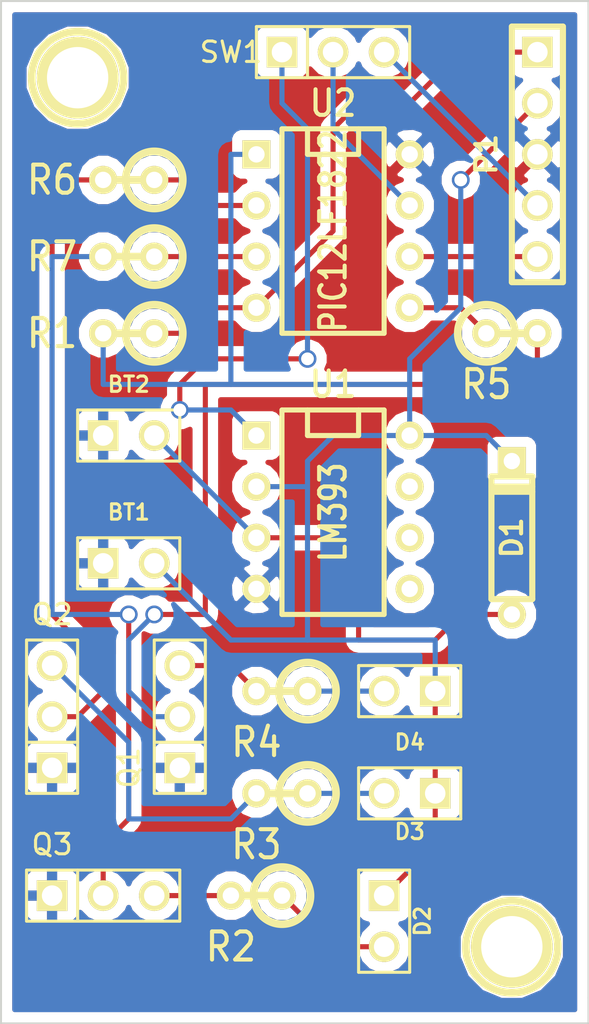
<source format=kicad_pcb>
(kicad_pcb (version 3) (host pcbnew "(2013-07-07 BZR 4022)-stable")

  (general
    (links 36)
    (no_connects 0)
    (area 167.589999 83.3628 196.900001 134.670001)
    (thickness 1.6)
    (drawings 6)
    (tracks 94)
    (zones 0)
    (modules 22)
    (nets 21)
  )

  (page A3)
  (layers
    (15 F.Cu signal)
    (0 B.Cu signal)
    (16 B.Adhes user)
    (17 F.Adhes user)
    (18 B.Paste user)
    (19 F.Paste user)
    (20 B.SilkS user)
    (21 F.SilkS user)
    (22 B.Mask user)
    (23 F.Mask user)
    (24 Dwgs.User user)
    (25 Cmts.User user)
    (26 Eco1.User user)
    (27 Eco2.User user)
    (28 Edge.Cuts user)
  )

  (setup
    (last_trace_width 0.254)
    (trace_clearance 0.254)
    (zone_clearance 0.508)
    (zone_45_only no)
    (trace_min 0.254)
    (segment_width 0.2)
    (edge_width 0.1)
    (via_size 0.889)
    (via_drill 0.635)
    (via_min_size 0.889)
    (via_min_drill 0.508)
    (uvia_size 0.508)
    (uvia_drill 0.127)
    (uvias_allowed no)
    (uvia_min_size 0.508)
    (uvia_min_drill 0.127)
    (pcb_text_width 0.3)
    (pcb_text_size 1.5 1.5)
    (mod_edge_width 0.15)
    (mod_text_size 1 1)
    (mod_text_width 0.15)
    (pad_size 4.064 4.064)
    (pad_drill 3.048)
    (pad_to_mask_clearance 0)
    (aux_axis_origin 0 0)
    (visible_elements 7FFFFFFF)
    (pcbplotparams
      (layerselection 284196865)
      (usegerberextensions true)
      (excludeedgelayer true)
      (linewidth 0.150000)
      (plotframeref false)
      (viasonmask false)
      (mode 1)
      (useauxorigin false)
      (hpglpennumber 1)
      (hpglpenspeed 20)
      (hpglpendiameter 15)
      (hpglpenoverlay 2)
      (psnegative false)
      (psa4output false)
      (plotreference true)
      (plotvalue true)
      (plotothertext true)
      (plotinvisibletext false)
      (padsonsilk false)
      (subtractmaskfromsilk false)
      (outputformat 1)
      (mirror false)
      (drillshape 0)
      (scaleselection 1)
      (outputdirectory gerber/))
  )

  (net 0 "")
  (net 1 GND)
  (net 2 N-000001)
  (net 3 N-0000010)
  (net 4 N-0000011)
  (net 5 N-0000012)
  (net 6 N-0000013)
  (net 7 N-0000015)
  (net 8 N-0000016)
  (net 9 N-0000017)
  (net 10 N-0000018)
  (net 11 N-0000019)
  (net 12 N-000002)
  (net 13 N-0000020)
  (net 14 N-000003)
  (net 15 N-000004)
  (net 16 N-000006)
  (net 17 N-000007)
  (net 18 N-000008)
  (net 19 N-000009)
  (net 20 VDD)

  (net_class Default "This is the default net class."
    (clearance 0.254)
    (trace_width 0.254)
    (via_dia 0.889)
    (via_drill 0.635)
    (uvia_dia 0.508)
    (uvia_drill 0.127)
    (add_net "")
    (add_net GND)
    (add_net N-000001)
    (add_net N-0000010)
    (add_net N-0000011)
    (add_net N-0000012)
    (add_net N-0000013)
    (add_net N-0000015)
    (add_net N-0000016)
    (add_net N-0000017)
    (add_net N-0000018)
    (add_net N-0000019)
    (add_net N-000002)
    (add_net N-0000020)
    (add_net N-000003)
    (add_net N-000004)
    (add_net N-000006)
    (add_net N-000007)
    (add_net N-000008)
    (add_net N-000009)
    (add_net VDD)
  )

  (module R1 (layer F.Cu) (tedit 55555DE3) (tstamp 5555485E)
    (at 181.61 118.11 180)
    (descr "Resistance verticale")
    (tags R)
    (path /554D9DF0)
    (autoplace_cost90 10)
    (autoplace_cost180 10)
    (fp_text reference R4 (at 1.27 -2.54 180) (layer F.SilkS)
      (effects (font (size 1.397 1.27) (thickness 0.2032)))
    )
    (fp_text value 200 (at 0 -2.54 180) (layer F.SilkS) hide
      (effects (font (size 1.397 1.27) (thickness 0.2032)))
    )
    (fp_line (start -1.27 0) (end 1.27 0) (layer F.SilkS) (width 0.381))
    (fp_circle (center -1.27 0) (end -0.635 1.27) (layer F.SilkS) (width 0.381))
    (pad 1 thru_hole circle (at -1.27 0 180) (size 1.397 1.397) (drill 0.8128)
      (layers *.Cu *.Mask F.SilkS)
      (net 13 N-0000020)
    )
    (pad 2 thru_hole circle (at 1.27 0 180) (size 1.397 1.397) (drill 0.8128)
      (layers *.Cu *.Mask F.SilkS)
      (net 2 N-000001)
    )
    (model discret/verti_resistor.wrl
      (at (xyz 0 0 0))
      (scale (xyz 1 1 1))
      (rotate (xyz 0 0 0))
    )
  )

  (module R1 (layer F.Cu) (tedit 555556E4) (tstamp 55555722)
    (at 173.99 96.52 180)
    (descr "Resistance verticale")
    (tags R)
    (path /554DAB25)
    (autoplace_cost90 10)
    (autoplace_cost180 10)
    (fp_text reference R7 (at 3.81 0 180) (layer F.SilkS)
      (effects (font (size 1.397 1.27) (thickness 0.2032)))
    )
    (fp_text value 10K (at 3.81 0 180) (layer F.SilkS) hide
      (effects (font (size 1.397 1.27) (thickness 0.2032)))
    )
    (fp_line (start -1.27 0) (end 1.27 0) (layer F.SilkS) (width 0.381))
    (fp_circle (center -1.27 0) (end -0.635 1.27) (layer F.SilkS) (width 0.381))
    (pad 1 thru_hole circle (at -1.27 0 180) (size 1.397 1.397) (drill 0.8128)
      (layers *.Cu *.Mask F.SilkS)
      (net 5 N-0000012)
    )
    (pad 2 thru_hole circle (at 1.27 0 180) (size 1.397 1.397) (drill 0.8128)
      (layers *.Cu *.Mask F.SilkS)
      (net 15 N-000004)
    )
    (model discret/verti_resistor.wrl
      (at (xyz 0 0 0))
      (scale (xyz 1 1 1))
      (rotate (xyz 0 0 0))
    )
  )

  (module R1 (layer F.Cu) (tedit 555556E9) (tstamp 55555719)
    (at 173.99 92.71 180)
    (descr "Resistance verticale")
    (tags R)
    (path /554DAB16)
    (autoplace_cost90 10)
    (autoplace_cost180 10)
    (fp_text reference R6 (at 3.81 0 180) (layer F.SilkS)
      (effects (font (size 1.397 1.27) (thickness 0.2032)))
    )
    (fp_text value 10K (at 3.81 0 180) (layer F.SilkS) hide
      (effects (font (size 1.397 1.27) (thickness 0.2032)))
    )
    (fp_line (start -1.27 0) (end 1.27 0) (layer F.SilkS) (width 0.381))
    (fp_circle (center -1.27 0) (end -0.635 1.27) (layer F.SilkS) (width 0.381))
    (pad 1 thru_hole circle (at -1.27 0 180) (size 1.397 1.397) (drill 0.8128)
      (layers *.Cu *.Mask F.SilkS)
      (net 4 N-0000011)
    )
    (pad 2 thru_hole circle (at 1.27 0 180) (size 1.397 1.397) (drill 0.8128)
      (layers *.Cu *.Mask F.SilkS)
      (net 18 N-000008)
    )
    (model discret/verti_resistor.wrl
      (at (xyz 0 0 0))
      (scale (xyz 1 1 1))
      (rotate (xyz 0 0 0))
    )
  )

  (module R1 (layer F.Cu) (tedit 555556F9) (tstamp 55554876)
    (at 193.04 100.33)
    (descr "Resistance verticale")
    (tags R)
    (path /554DAB07)
    (autoplace_cost90 10)
    (autoplace_cost180 10)
    (fp_text reference R5 (at -1.27 2.54) (layer F.SilkS)
      (effects (font (size 1.397 1.27) (thickness 0.2032)))
    )
    (fp_text value 10K (at -1.143 2.54) (layer F.SilkS) hide
      (effects (font (size 1.397 1.27) (thickness 0.2032)))
    )
    (fp_line (start -1.27 0) (end 1.27 0) (layer F.SilkS) (width 0.381))
    (fp_circle (center -1.27 0) (end -0.635 1.27) (layer F.SilkS) (width 0.381))
    (pad 1 thru_hole circle (at -1.27 0) (size 1.397 1.397) (drill 0.8128)
      (layers *.Cu *.Mask F.SilkS)
      (net 16 N-000006)
    )
    (pad 2 thru_hole circle (at 1.27 0) (size 1.397 1.397) (drill 0.8128)
      (layers *.Cu *.Mask F.SilkS)
      (net 14 N-000003)
    )
    (model discret/verti_resistor.wrl
      (at (xyz 0 0 0))
      (scale (xyz 1 1 1))
      (rotate (xyz 0 0 0))
    )
  )

  (module R1 (layer F.Cu) (tedit 555556E7) (tstamp 5555572B)
    (at 173.99 100.33 180)
    (descr "Resistance verticale")
    (tags R)
    (path /554DA005)
    (autoplace_cost90 10)
    (autoplace_cost180 10)
    (fp_text reference R1 (at 3.81 0 180) (layer F.SilkS)
      (effects (font (size 1.397 1.27) (thickness 0.2032)))
    )
    (fp_text value 10K (at 3.81 0 180) (layer F.SilkS) hide
      (effects (font (size 1.397 1.27) (thickness 0.2032)))
    )
    (fp_line (start -1.27 0) (end 1.27 0) (layer F.SilkS) (width 0.381))
    (fp_circle (center -1.27 0) (end -0.635 1.27) (layer F.SilkS) (width 0.381))
    (pad 1 thru_hole circle (at -1.27 0 180) (size 1.397 1.397) (drill 0.8128)
      (layers *.Cu *.Mask F.SilkS)
      (net 11 N-0000019)
    )
    (pad 2 thru_hole circle (at 1.27 0 180) (size 1.397 1.397) (drill 0.8128)
      (layers *.Cu *.Mask F.SilkS)
      (net 20 VDD)
    )
    (model discret/verti_resistor.wrl
      (at (xyz 0 0 0))
      (scale (xyz 1 1 1))
      (rotate (xyz 0 0 0))
    )
  )

  (module R1 (layer F.Cu) (tedit 55555DE7) (tstamp 55554886)
    (at 181.61 123.19 180)
    (descr "Resistance verticale")
    (tags R)
    (path /554D9DE1)
    (autoplace_cost90 10)
    (autoplace_cost180 10)
    (fp_text reference R3 (at 1.27 -2.54 180) (layer F.SilkS)
      (effects (font (size 1.397 1.27) (thickness 0.2032)))
    )
    (fp_text value 200 (at 0 -2.54 180) (layer F.SilkS) hide
      (effects (font (size 1.397 1.27) (thickness 0.2032)))
    )
    (fp_line (start -1.27 0) (end 1.27 0) (layer F.SilkS) (width 0.381))
    (fp_circle (center -1.27 0) (end -0.635 1.27) (layer F.SilkS) (width 0.381))
    (pad 1 thru_hole circle (at -1.27 0 180) (size 1.397 1.397) (drill 0.8128)
      (layers *.Cu *.Mask F.SilkS)
      (net 8 N-0000016)
    )
    (pad 2 thru_hole circle (at 1.27 0 180) (size 1.397 1.397) (drill 0.8128)
      (layers *.Cu *.Mask F.SilkS)
      (net 12 N-000002)
    )
    (model discret/verti_resistor.wrl
      (at (xyz 0 0 0))
      (scale (xyz 1 1 1))
      (rotate (xyz 0 0 0))
    )
  )

  (module R1 (layer F.Cu) (tedit 55555DE9) (tstamp 5555488E)
    (at 180.34 128.27 180)
    (descr "Resistance verticale")
    (tags R)
    (path /554D9DD2)
    (autoplace_cost90 10)
    (autoplace_cost180 10)
    (fp_text reference R2 (at 1.27 -2.54 180) (layer F.SilkS)
      (effects (font (size 1.397 1.27) (thickness 0.2032)))
    )
    (fp_text value 200 (at 0 -2.54 180) (layer F.SilkS) hide
      (effects (font (size 1.397 1.27) (thickness 0.2032)))
    )
    (fp_line (start -1.27 0) (end 1.27 0) (layer F.SilkS) (width 0.381))
    (fp_circle (center -1.27 0) (end -0.635 1.27) (layer F.SilkS) (width 0.381))
    (pad 1 thru_hole circle (at -1.27 0 180) (size 1.397 1.397) (drill 0.8128)
      (layers *.Cu *.Mask F.SilkS)
      (net 7 N-0000015)
    )
    (pad 2 thru_hole circle (at 1.27 0 180) (size 1.397 1.397) (drill 0.8128)
      (layers *.Cu *.Mask F.SilkS)
      (net 17 N-000007)
    )
    (model discret/verti_resistor.wrl
      (at (xyz 0 0 0))
      (scale (xyz 1 1 1))
      (rotate (xyz 0 0 0))
    )
  )

  (module PIN_ARRAY_5x1 (layer F.Cu) (tedit 55555E08) (tstamp 55555710)
    (at 194.31 91.44 270)
    (descr "Double rangee de contacts 2 x 5 pins")
    (tags CONN)
    (path /554D9F01)
    (fp_text reference P1 (at 0 2.54 270) (layer F.SilkS)
      (effects (font (size 1.016 1.016) (thickness 0.2032)))
    )
    (fp_text value CONN_5 (at 0 2.54 270) (layer F.SilkS) hide
      (effects (font (size 1.016 1.016) (thickness 0.2032)))
    )
    (fp_line (start -6.35 -1.27) (end -6.35 1.27) (layer F.SilkS) (width 0.3048))
    (fp_line (start 6.35 1.27) (end 6.35 -1.27) (layer F.SilkS) (width 0.3048))
    (fp_line (start -6.35 -1.27) (end 6.35 -1.27) (layer F.SilkS) (width 0.3048))
    (fp_line (start 6.35 1.27) (end -6.35 1.27) (layer F.SilkS) (width 0.3048))
    (pad 1 thru_hole rect (at -5.08 0 270) (size 1.524 1.524) (drill 1.016)
      (layers *.Cu *.Mask F.SilkS)
      (net 11 N-0000019)
    )
    (pad 2 thru_hole circle (at -2.54 0 270) (size 1.524 1.524) (drill 1.016)
      (layers *.Cu *.Mask F.SilkS)
      (net 20 VDD)
    )
    (pad 3 thru_hole circle (at 0 0 270) (size 1.524 1.524) (drill 1.016)
      (layers *.Cu *.Mask F.SilkS)
      (net 1 GND)
    )
    (pad 4 thru_hole circle (at 2.54 0 270) (size 1.524 1.524) (drill 1.016)
      (layers *.Cu *.Mask F.SilkS)
      (net 19 N-000009)
    )
    (pad 5 thru_hole circle (at 5.08 0 270) (size 1.524 1.524) (drill 1.016)
      (layers *.Cu *.Mask F.SilkS)
      (net 10 N-0000018)
    )
    (model pin_array/pins_array_5x1.wrl
      (at (xyz 0 0 0))
      (scale (xyz 1 1 1))
      (rotate (xyz 0 0 0))
    )
  )

  (module PIN_ARRAY_3X1 (layer F.Cu) (tedit 55555DD4) (tstamp 555548A7)
    (at 170.18 119.38 90)
    (descr "Connecteur 3 pins")
    (tags "CONN DEV")
    (path /554DA793)
    (fp_text reference Q2 (at 5.08 0 180) (layer F.SilkS)
      (effects (font (size 1.016 1.016) (thickness 0.1524)))
    )
    (fp_text value NPN (at 5.08 0 180) (layer F.SilkS) hide
      (effects (font (size 1.016 1.016) (thickness 0.1524)))
    )
    (fp_line (start -3.81 1.27) (end -3.81 -1.27) (layer F.SilkS) (width 0.1524))
    (fp_line (start -3.81 -1.27) (end 3.81 -1.27) (layer F.SilkS) (width 0.1524))
    (fp_line (start 3.81 -1.27) (end 3.81 1.27) (layer F.SilkS) (width 0.1524))
    (fp_line (start 3.81 1.27) (end -3.81 1.27) (layer F.SilkS) (width 0.1524))
    (fp_line (start -1.27 -1.27) (end -1.27 1.27) (layer F.SilkS) (width 0.1524))
    (pad 1 thru_hole rect (at -2.54 0 90) (size 1.524 1.524) (drill 1.016)
      (layers *.Cu *.Mask F.SilkS)
      (net 1 GND)
    )
    (pad 2 thru_hole circle (at 0 0 90) (size 1.524 1.524) (drill 1.016)
      (layers *.Cu *.Mask F.SilkS)
      (net 18 N-000008)
    )
    (pad 3 thru_hole circle (at 2.54 0 90) (size 1.524 1.524) (drill 1.016)
      (layers *.Cu *.Mask F.SilkS)
      (net 12 N-000002)
    )
    (model pin_array/pins_array_3x1.wrl
      (at (xyz 0 0 0))
      (scale (xyz 1 1 1))
      (rotate (xyz 0 0 0))
    )
  )

  (module PIN_ARRAY_3X1 (layer F.Cu) (tedit 55555DDC) (tstamp 555548B3)
    (at 176.53 119.38 90)
    (descr "Connecteur 3 pins")
    (tags "CONN DEV")
    (path /554DA7A2)
    (fp_text reference Q1 (at -2.54 -2.54 90) (layer F.SilkS)
      (effects (font (size 1.016 1.016) (thickness 0.1524)))
    )
    (fp_text value NPN (at -2.54 -2.54 90) (layer F.SilkS) hide
      (effects (font (size 1.016 1.016) (thickness 0.1524)))
    )
    (fp_line (start -3.81 1.27) (end -3.81 -1.27) (layer F.SilkS) (width 0.1524))
    (fp_line (start -3.81 -1.27) (end 3.81 -1.27) (layer F.SilkS) (width 0.1524))
    (fp_line (start 3.81 -1.27) (end 3.81 1.27) (layer F.SilkS) (width 0.1524))
    (fp_line (start 3.81 1.27) (end -3.81 1.27) (layer F.SilkS) (width 0.1524))
    (fp_line (start -1.27 -1.27) (end -1.27 1.27) (layer F.SilkS) (width 0.1524))
    (pad 1 thru_hole rect (at -2.54 0 90) (size 1.524 1.524) (drill 1.016)
      (layers *.Cu *.Mask F.SilkS)
      (net 1 GND)
    )
    (pad 2 thru_hole circle (at 0 0 90) (size 1.524 1.524) (drill 1.016)
      (layers *.Cu *.Mask F.SilkS)
      (net 14 N-000003)
    )
    (pad 3 thru_hole circle (at 2.54 0 90) (size 1.524 1.524) (drill 1.016)
      (layers *.Cu *.Mask F.SilkS)
      (net 2 N-000001)
    )
    (model pin_array/pins_array_3x1.wrl
      (at (xyz 0 0 0))
      (scale (xyz 1 1 1))
      (rotate (xyz 0 0 0))
    )
  )

  (module PIN_ARRAY_3X1 (layer F.Cu) (tedit 55555DD8) (tstamp 555548BF)
    (at 172.72 128.27)
    (descr "Connecteur 3 pins")
    (tags "CONN DEV")
    (path /554DA7B1)
    (fp_text reference Q3 (at -2.54 -2.54) (layer F.SilkS)
      (effects (font (size 1.016 1.016) (thickness 0.1524)))
    )
    (fp_text value NPN (at -2.54 -2.54) (layer F.SilkS) hide
      (effects (font (size 1.016 1.016) (thickness 0.1524)))
    )
    (fp_line (start -3.81 1.27) (end -3.81 -1.27) (layer F.SilkS) (width 0.1524))
    (fp_line (start -3.81 -1.27) (end 3.81 -1.27) (layer F.SilkS) (width 0.1524))
    (fp_line (start 3.81 -1.27) (end 3.81 1.27) (layer F.SilkS) (width 0.1524))
    (fp_line (start 3.81 1.27) (end -3.81 1.27) (layer F.SilkS) (width 0.1524))
    (fp_line (start -1.27 -1.27) (end -1.27 1.27) (layer F.SilkS) (width 0.1524))
    (pad 1 thru_hole rect (at -2.54 0) (size 1.524 1.524) (drill 1.016)
      (layers *.Cu *.Mask F.SilkS)
      (net 1 GND)
    )
    (pad 2 thru_hole circle (at 0 0) (size 1.524 1.524) (drill 1.016)
      (layers *.Cu *.Mask F.SilkS)
      (net 15 N-000004)
    )
    (pad 3 thru_hole circle (at 2.54 0) (size 1.524 1.524) (drill 1.016)
      (layers *.Cu *.Mask F.SilkS)
      (net 17 N-000007)
    )
    (model pin_array/pins_array_3x1.wrl
      (at (xyz 0 0 0))
      (scale (xyz 1 1 1))
      (rotate (xyz 0 0 0))
    )
  )

  (module PIN_ARRAY_2X1 (layer F.Cu) (tedit 55555DF7) (tstamp 555548C9)
    (at 187.96 118.11 180)
    (descr "Connecteurs 2 pins")
    (tags "CONN DEV")
    (path /554D9DC3)
    (fp_text reference D4 (at 0 -2.54 180) (layer F.SilkS)
      (effects (font (size 0.762 0.762) (thickness 0.1524)))
    )
    (fp_text value LED (at 0 -2.54 180) (layer F.SilkS) hide
      (effects (font (size 0.762 0.762) (thickness 0.1524)))
    )
    (fp_line (start -2.54 1.27) (end -2.54 -1.27) (layer F.SilkS) (width 0.1524))
    (fp_line (start -2.54 -1.27) (end 2.54 -1.27) (layer F.SilkS) (width 0.1524))
    (fp_line (start 2.54 -1.27) (end 2.54 1.27) (layer F.SilkS) (width 0.1524))
    (fp_line (start 2.54 1.27) (end -2.54 1.27) (layer F.SilkS) (width 0.1524))
    (pad 1 thru_hole rect (at -1.27 0 180) (size 1.524 1.524) (drill 1.016)
      (layers *.Cu *.Mask F.SilkS)
      (net 20 VDD)
    )
    (pad 2 thru_hole circle (at 1.27 0 180) (size 1.524 1.524) (drill 1.016)
      (layers *.Cu *.Mask F.SilkS)
      (net 13 N-0000020)
    )
    (model pin_array/pins_array_2x1.wrl
      (at (xyz 0 0 0))
      (scale (xyz 1 1 1))
      (rotate (xyz 0 0 0))
    )
  )

  (module PIN_ARRAY_2X1 (layer F.Cu) (tedit 55554EA4) (tstamp 555548D3)
    (at 187.96 123.19 180)
    (descr "Connecteurs 2 pins")
    (tags "CONN DEV")
    (path /554D9DB4)
    (fp_text reference D3 (at 0 -1.905 180) (layer F.SilkS)
      (effects (font (size 0.762 0.762) (thickness 0.1524)))
    )
    (fp_text value LED (at 0 -1.905 180) (layer F.SilkS) hide
      (effects (font (size 0.762 0.762) (thickness 0.1524)))
    )
    (fp_line (start -2.54 1.27) (end -2.54 -1.27) (layer F.SilkS) (width 0.1524))
    (fp_line (start -2.54 -1.27) (end 2.54 -1.27) (layer F.SilkS) (width 0.1524))
    (fp_line (start 2.54 -1.27) (end 2.54 1.27) (layer F.SilkS) (width 0.1524))
    (fp_line (start 2.54 1.27) (end -2.54 1.27) (layer F.SilkS) (width 0.1524))
    (pad 1 thru_hole rect (at -1.27 0 180) (size 1.524 1.524) (drill 1.016)
      (layers *.Cu *.Mask F.SilkS)
      (net 20 VDD)
    )
    (pad 2 thru_hole circle (at 1.27 0 180) (size 1.524 1.524) (drill 1.016)
      (layers *.Cu *.Mask F.SilkS)
      (net 8 N-0000016)
    )
    (model pin_array/pins_array_2x1.wrl
      (at (xyz 0 0 0))
      (scale (xyz 1 1 1))
      (rotate (xyz 0 0 0))
    )
  )

  (module PIN_ARRAY_2X1 (layer F.Cu) (tedit 55554E92) (tstamp 555548DD)
    (at 186.69 129.54 270)
    (descr "Connecteurs 2 pins")
    (tags "CONN DEV")
    (path /554D9DA5)
    (fp_text reference D2 (at 0 -1.905 270) (layer F.SilkS)
      (effects (font (size 0.762 0.762) (thickness 0.1524)))
    )
    (fp_text value LED (at 0 -1.905 270) (layer F.SilkS) hide
      (effects (font (size 0.762 0.762) (thickness 0.1524)))
    )
    (fp_line (start -2.54 1.27) (end -2.54 -1.27) (layer F.SilkS) (width 0.1524))
    (fp_line (start -2.54 -1.27) (end 2.54 -1.27) (layer F.SilkS) (width 0.1524))
    (fp_line (start 2.54 -1.27) (end 2.54 1.27) (layer F.SilkS) (width 0.1524))
    (fp_line (start 2.54 1.27) (end -2.54 1.27) (layer F.SilkS) (width 0.1524))
    (pad 1 thru_hole rect (at -1.27 0 270) (size 1.524 1.524) (drill 1.016)
      (layers *.Cu *.Mask F.SilkS)
      (net 20 VDD)
    )
    (pad 2 thru_hole circle (at 1.27 0 270) (size 1.524 1.524) (drill 1.016)
      (layers *.Cu *.Mask F.SilkS)
      (net 7 N-0000015)
    )
    (model pin_array/pins_array_2x1.wrl
      (at (xyz 0 0 0))
      (scale (xyz 1 1 1))
      (rotate (xyz 0 0 0))
    )
  )

  (module PIN_ARRAY_2X1 (layer F.Cu) (tedit 55555E0F) (tstamp 55554FAC)
    (at 173.99 105.41)
    (descr "Connecteurs 2 pins")
    (tags "CONN DEV")
    (path /554D9D06)
    (fp_text reference BT2 (at 0 -2.54) (layer F.SilkS)
      (effects (font (size 0.762 0.762) (thickness 0.1524)))
    )
    (fp_text value SOLAR (at 0 -2.54) (layer F.SilkS) hide
      (effects (font (size 0.762 0.762) (thickness 0.1524)))
    )
    (fp_line (start -2.54 1.27) (end -2.54 -1.27) (layer F.SilkS) (width 0.1524))
    (fp_line (start -2.54 -1.27) (end 2.54 -1.27) (layer F.SilkS) (width 0.1524))
    (fp_line (start 2.54 -1.27) (end 2.54 1.27) (layer F.SilkS) (width 0.1524))
    (fp_line (start 2.54 1.27) (end -2.54 1.27) (layer F.SilkS) (width 0.1524))
    (pad 1 thru_hole rect (at -1.27 0) (size 1.524 1.524) (drill 1.016)
      (layers *.Cu *.Mask F.SilkS)
      (net 1 GND)
    )
    (pad 2 thru_hole circle (at 1.27 0) (size 1.524 1.524) (drill 1.016)
      (layers *.Cu *.Mask F.SilkS)
      (net 9 N-0000017)
    )
    (model pin_array/pins_array_2x1.wrl
      (at (xyz 0 0 0))
      (scale (xyz 1 1 1))
      (rotate (xyz 0 0 0))
    )
  )

  (module PIN_ARRAY_2X1 (layer F.Cu) (tedit 55555E14) (tstamp 55554FB7)
    (at 173.99 111.76)
    (descr "Connecteurs 2 pins")
    (tags "CONN DEV")
    (path /554D9CE8)
    (fp_text reference BT1 (at 0 -2.54) (layer F.SilkS)
      (effects (font (size 0.762 0.762) (thickness 0.1524)))
    )
    (fp_text value BATTERY (at 0 -2.54) (layer F.SilkS) hide
      (effects (font (size 0.762 0.762) (thickness 0.1524)))
    )
    (fp_line (start -2.54 1.27) (end -2.54 -1.27) (layer F.SilkS) (width 0.1524))
    (fp_line (start -2.54 -1.27) (end 2.54 -1.27) (layer F.SilkS) (width 0.1524))
    (fp_line (start 2.54 -1.27) (end 2.54 1.27) (layer F.SilkS) (width 0.1524))
    (fp_line (start 2.54 1.27) (end -2.54 1.27) (layer F.SilkS) (width 0.1524))
    (pad 1 thru_hole rect (at -1.27 0) (size 1.524 1.524) (drill 1.016)
      (layers *.Cu *.Mask F.SilkS)
      (net 1 GND)
    )
    (pad 2 thru_hole circle (at 1.27 0) (size 1.524 1.524) (drill 1.016)
      (layers *.Cu *.Mask F.SilkS)
      (net 20 VDD)
    )
    (model pin_array/pins_array_2x1.wrl
      (at (xyz 0 0 0))
      (scale (xyz 1 1 1))
      (rotate (xyz 0 0 0))
    )
  )

  (module DIP-8__300 (layer F.Cu) (tedit 43A7F843) (tstamp 55554904)
    (at 184.15 109.22 270)
    (descr "8 pins DIL package, round pads")
    (tags DIL)
    (path /55554090)
    (fp_text reference U1 (at -6.35 0 360) (layer F.SilkS)
      (effects (font (size 1.27 1.143) (thickness 0.2032)))
    )
    (fp_text value LM393 (at 0 0 270) (layer F.SilkS)
      (effects (font (size 1.27 1.016) (thickness 0.2032)))
    )
    (fp_line (start -5.08 -1.27) (end -3.81 -1.27) (layer F.SilkS) (width 0.254))
    (fp_line (start -3.81 -1.27) (end -3.81 1.27) (layer F.SilkS) (width 0.254))
    (fp_line (start -3.81 1.27) (end -5.08 1.27) (layer F.SilkS) (width 0.254))
    (fp_line (start -5.08 -2.54) (end 5.08 -2.54) (layer F.SilkS) (width 0.254))
    (fp_line (start 5.08 -2.54) (end 5.08 2.54) (layer F.SilkS) (width 0.254))
    (fp_line (start 5.08 2.54) (end -5.08 2.54) (layer F.SilkS) (width 0.254))
    (fp_line (start -5.08 2.54) (end -5.08 -2.54) (layer F.SilkS) (width 0.254))
    (pad 1 thru_hole rect (at -3.81 3.81 270) (size 1.397 1.397) (drill 0.8128)
      (layers *.Cu *.Mask F.SilkS)
      (net 3 N-0000010)
    )
    (pad 2 thru_hole circle (at -1.27 3.81 270) (size 1.397 1.397) (drill 0.8128)
      (layers *.Cu *.Mask F.SilkS)
      (net 20 VDD)
    )
    (pad 3 thru_hole circle (at 1.27 3.81 270) (size 1.397 1.397) (drill 0.8128)
      (layers *.Cu *.Mask F.SilkS)
      (net 9 N-0000017)
    )
    (pad 4 thru_hole circle (at 3.81 3.81 270) (size 1.397 1.397) (drill 0.8128)
      (layers *.Cu *.Mask F.SilkS)
      (net 1 GND)
    )
    (pad 5 thru_hole circle (at 3.81 -3.81 270) (size 1.397 1.397) (drill 0.8128)
      (layers *.Cu *.Mask F.SilkS)
    )
    (pad 6 thru_hole circle (at 1.27 -3.81 270) (size 1.397 1.397) (drill 0.8128)
      (layers *.Cu *.Mask F.SilkS)
    )
    (pad 7 thru_hole circle (at -1.27 -3.81 270) (size 1.397 1.397) (drill 0.8128)
      (layers *.Cu *.Mask F.SilkS)
    )
    (pad 8 thru_hole circle (at -3.81 -3.81 270) (size 1.397 1.397) (drill 0.8128)
      (layers *.Cu *.Mask F.SilkS)
      (net 20 VDD)
    )
    (model dil/dil_8.wrl
      (at (xyz 0 0 0))
      (scale (xyz 1 1 1))
      (rotate (xyz 0 0 0))
    )
  )

  (module DIP-8__300 (layer F.Cu) (tedit 43A7F843) (tstamp 55554917)
    (at 184.15 95.25 270)
    (descr "8 pins DIL package, round pads")
    (tags DIL)
    (path /554D9CBB)
    (fp_text reference U2 (at -6.35 0 360) (layer F.SilkS)
      (effects (font (size 1.27 1.143) (thickness 0.2032)))
    )
    (fp_text value PIC12LF1822 (at 0 0 270) (layer F.SilkS)
      (effects (font (size 1.27 1.016) (thickness 0.2032)))
    )
    (fp_line (start -5.08 -1.27) (end -3.81 -1.27) (layer F.SilkS) (width 0.254))
    (fp_line (start -3.81 -1.27) (end -3.81 1.27) (layer F.SilkS) (width 0.254))
    (fp_line (start -3.81 1.27) (end -5.08 1.27) (layer F.SilkS) (width 0.254))
    (fp_line (start -5.08 -2.54) (end 5.08 -2.54) (layer F.SilkS) (width 0.254))
    (fp_line (start 5.08 -2.54) (end 5.08 2.54) (layer F.SilkS) (width 0.254))
    (fp_line (start 5.08 2.54) (end -5.08 2.54) (layer F.SilkS) (width 0.254))
    (fp_line (start -5.08 2.54) (end -5.08 -2.54) (layer F.SilkS) (width 0.254))
    (pad 1 thru_hole rect (at -3.81 3.81 270) (size 1.397 1.397) (drill 0.8128)
      (layers *.Cu *.Mask F.SilkS)
      (net 20 VDD)
    )
    (pad 2 thru_hole circle (at -1.27 3.81 270) (size 1.397 1.397) (drill 0.8128)
      (layers *.Cu *.Mask F.SilkS)
      (net 4 N-0000011)
    )
    (pad 3 thru_hole circle (at 1.27 3.81 270) (size 1.397 1.397) (drill 0.8128)
      (layers *.Cu *.Mask F.SilkS)
      (net 5 N-0000012)
    )
    (pad 4 thru_hole circle (at 3.81 3.81 270) (size 1.397 1.397) (drill 0.8128)
      (layers *.Cu *.Mask F.SilkS)
      (net 11 N-0000019)
    )
    (pad 5 thru_hole circle (at 3.81 -3.81 270) (size 1.397 1.397) (drill 0.8128)
      (layers *.Cu *.Mask F.SilkS)
      (net 16 N-000006)
    )
    (pad 6 thru_hole circle (at 1.27 -3.81 270) (size 1.397 1.397) (drill 0.8128)
      (layers *.Cu *.Mask F.SilkS)
      (net 10 N-0000018)
    )
    (pad 7 thru_hole circle (at -1.27 -3.81 270) (size 1.397 1.397) (drill 0.8128)
      (layers *.Cu *.Mask F.SilkS)
      (net 6 N-0000013)
    )
    (pad 8 thru_hole circle (at -3.81 -3.81 270) (size 1.397 1.397) (drill 0.8128)
      (layers *.Cu *.Mask F.SilkS)
      (net 1 GND)
    )
    (model dil/dil_8.wrl
      (at (xyz 0 0 0))
      (scale (xyz 1 1 1))
      (rotate (xyz 0 0 0))
    )
  )

  (module D3 (layer F.Cu) (tedit 200000) (tstamp 55554927)
    (at 193.04 110.49 90)
    (descr "Diode 3 pas")
    (tags "DIODE DEV")
    (path /554D9D22)
    (fp_text reference D1 (at 0 0 90) (layer F.SilkS)
      (effects (font (size 1.016 1.016) (thickness 0.2032)))
    )
    (fp_text value DIODE (at 0 0 90) (layer F.SilkS) hide
      (effects (font (size 1.016 1.016) (thickness 0.2032)))
    )
    (fp_line (start 3.81 0) (end 3.048 0) (layer F.SilkS) (width 0.3048))
    (fp_line (start 3.048 0) (end 3.048 -1.016) (layer F.SilkS) (width 0.3048))
    (fp_line (start 3.048 -1.016) (end -3.048 -1.016) (layer F.SilkS) (width 0.3048))
    (fp_line (start -3.048 -1.016) (end -3.048 0) (layer F.SilkS) (width 0.3048))
    (fp_line (start -3.048 0) (end -3.81 0) (layer F.SilkS) (width 0.3048))
    (fp_line (start -3.048 0) (end -3.048 1.016) (layer F.SilkS) (width 0.3048))
    (fp_line (start -3.048 1.016) (end 3.048 1.016) (layer F.SilkS) (width 0.3048))
    (fp_line (start 3.048 1.016) (end 3.048 0) (layer F.SilkS) (width 0.3048))
    (fp_line (start 2.54 -1.016) (end 2.54 1.016) (layer F.SilkS) (width 0.3048))
    (fp_line (start 2.286 1.016) (end 2.286 -1.016) (layer F.SilkS) (width 0.3048))
    (pad 2 thru_hole rect (at 3.81 0 90) (size 1.397 1.397) (drill 0.8128)
      (layers *.Cu *.Mask F.SilkS)
      (net 20 VDD)
    )
    (pad 1 thru_hole circle (at -3.81 0 90) (size 1.397 1.397) (drill 0.8128)
      (layers *.Cu *.Mask F.SilkS)
      (net 9 N-0000017)
    )
    (model discret/diode.wrl
      (at (xyz 0 0 0))
      (scale (xyz 0.3 0.3 0.3))
      (rotate (xyz 0 0 0))
    )
  )

  (module 1pin (layer F.Cu) (tedit 55555CBF) (tstamp 5555A933)
    (at 171.45 87.63)
    (descr "module 1 pin (ou trou mecanique de percage)")
    (tags DEV)
    (path 1pin)
    (fp_text reference "" (at 0 -3.048) (layer F.SilkS)
      (effects (font (size 1.016 1.016) (thickness 0.254)))
    )
    (fp_text value "" (at 0 2.794) (layer F.SilkS) hide
      (effects (font (size 1.016 1.016) (thickness 0.254)))
    )
    (fp_circle (center 0 0) (end 0 -2.286) (layer F.SilkS) (width 0.381))
    (pad 1 thru_hole circle (at 0 0) (size 4.064 4.064) (drill 3.048)
      (layers *.Cu *.Mask F.SilkS)
    )
  )

  (module 1pin (layer F.Cu) (tedit 55554E88) (tstamp 5555A98C)
    (at 193.04 130.81)
    (descr "module 1 pin (ou trou mecanique de percage)")
    (tags DEV)
    (path 1pin)
    (fp_text reference "" (at 0 -3.048) (layer F.SilkS)
      (effects (font (size 1.016 1.016) (thickness 0.254)))
    )
    (fp_text value "" (at 0 2.794) (layer F.SilkS) hide
      (effects (font (size 1.016 1.016) (thickness 0.254)))
    )
    (fp_circle (center 0 0) (end 0 -2.286) (layer F.SilkS) (width 0.381))
    (pad 1 thru_hole circle (at 0 0) (size 4.064 4.064) (drill 3.048)
      (layers *.Cu *.Mask F.SilkS)
    )
  )

  (module PIN_ARRAY_3X1 (layer F.Cu) (tedit 5555691D) (tstamp 55554DB0)
    (at 184.15 86.36)
    (descr "Connecteur 3 pins")
    (tags "CONN DEV")
    (path /55554D24)
    (fp_text reference SW1 (at -5.08 0) (layer F.SilkS)
      (effects (font (size 1.016 1.016) (thickness 0.1524)))
    )
    (fp_text value " " (at 0 -2.159) (layer F.SilkS) hide
      (effects (font (size 1.016 1.016) (thickness 0.1524)))
    )
    (fp_line (start -3.81 1.27) (end -3.81 -1.27) (layer F.SilkS) (width 0.1524))
    (fp_line (start -3.81 -1.27) (end 3.81 -1.27) (layer F.SilkS) (width 0.1524))
    (fp_line (start 3.81 -1.27) (end 3.81 1.27) (layer F.SilkS) (width 0.1524))
    (fp_line (start 3.81 1.27) (end -3.81 1.27) (layer F.SilkS) (width 0.1524))
    (fp_line (start -1.27 -1.27) (end -1.27 1.27) (layer F.SilkS) (width 0.1524))
    (pad 1 thru_hole rect (at -2.54 0) (size 1.524 1.524) (drill 1.016)
      (layers *.Cu *.Mask F.SilkS)
      (net 3 N-0000010)
    )
    (pad 2 thru_hole circle (at 0 0) (size 1.524 1.524) (drill 1.016)
      (layers *.Cu *.Mask F.SilkS)
      (net 6 N-0000013)
    )
    (pad 3 thru_hole circle (at 2.54 0) (size 1.524 1.524) (drill 1.016)
      (layers *.Cu *.Mask F.SilkS)
      (net 19 N-000009)
    )
    (model pin_array/pins_array_3x1.wrl
      (at (xyz 0 0 0))
      (scale (xyz 1 1 1))
      (rotate (xyz 0 0 0))
    )
  )

  (gr_line (start 196.85 134.62) (end 196.85 133.35) (angle 90) (layer Edge.Cuts) (width 0.1))
  (gr_line (start 167.64 134.62) (end 196.85 134.62) (angle 90) (layer Edge.Cuts) (width 0.1))
  (gr_line (start 167.64 133.35) (end 167.64 134.62) (angle 90) (layer Edge.Cuts) (width 0.1))
  (gr_line (start 196.85 83.82) (end 196.85 133.35) (angle 90) (layer Edge.Cuts) (width 0.1))
  (gr_line (start 167.64 83.82) (end 196.85 83.82) (angle 90) (layer Edge.Cuts) (width 0.1))
  (gr_line (start 167.64 133.35) (end 167.64 83.82) (angle 90) (layer Edge.Cuts) (width 0.1))

  (segment (start 176.53 116.84) (end 179.07 116.84) (width 0.254) (layer F.Cu) (net 2))
  (segment (start 179.07 116.84) (end 180.34 118.11) (width 0.254) (layer F.Cu) (net 2) (tstamp 55556C48))
  (segment (start 176.53 104.14) (end 179.07 104.14) (width 0.254) (layer B.Cu) (net 3))
  (segment (start 177.8 101.6) (end 176.53 102.87) (width 0.254) (layer F.Cu) (net 3) (tstamp 55555B9C))
  (segment (start 176.53 102.87) (end 176.53 104.14) (width 0.254) (layer F.Cu) (net 3) (tstamp 55555BA9))
  (via (at 176.53 104.14) (size 0.889) (layers F.Cu B.Cu) (net 3))
  (segment (start 181.61 86.36) (end 181.61 88.9) (width 0.254) (layer B.Cu) (net 3))
  (via (at 182.88 101.6) (size 0.889) (layers F.Cu B.Cu) (net 3))
  (segment (start 182.88 90.17) (end 182.88 101.6) (width 0.254) (layer B.Cu) (net 3) (tstamp 55555B82))
  (segment (start 181.61 88.9) (end 182.88 90.17) (width 0.254) (layer B.Cu) (net 3) (tstamp 55555B7E))
  (segment (start 182.88 101.6) (end 177.8 101.6) (width 0.254) (layer F.Cu) (net 3))
  (segment (start 179.07 104.14) (end 180.34 105.41) (width 0.254) (layer B.Cu) (net 3) (tstamp 55555BB6))
  (segment (start 175.26 92.71) (end 176.53 92.71) (width 0.254) (layer F.Cu) (net 4))
  (segment (start 177.8 93.98) (end 180.34 93.98) (width 0.254) (layer F.Cu) (net 4) (tstamp 5555557D))
  (segment (start 176.53 92.71) (end 177.8 93.98) (width 0.254) (layer F.Cu) (net 4) (tstamp 5555557C))
  (segment (start 175.26 96.52) (end 180.34 96.52) (width 0.254) (layer F.Cu) (net 5))
  (segment (start 184.15 86.36) (end 184.15 90.17) (width 0.254) (layer B.Cu) (net 6))
  (segment (start 184.15 90.17) (end 187.96 93.98) (width 0.254) (layer B.Cu) (net 6) (tstamp 55555B79))
  (segment (start 181.61 128.27) (end 184.15 130.81) (width 0.254) (layer F.Cu) (net 7))
  (segment (start 184.15 130.81) (end 186.69 130.81) (width 0.254) (layer F.Cu) (net 7) (tstamp 55555759))
  (segment (start 182.88 123.19) (end 186.69 123.19) (width 0.254) (layer B.Cu) (net 8) (status C00000))
  (segment (start 193.04 114.3) (end 190.5 114.3) (width 0.254) (layer F.Cu) (net 9))
  (segment (start 185.42 110.49) (end 180.34 110.49) (width 0.254) (layer F.Cu) (net 9) (tstamp 555556A3))
  (segment (start 185.42 115.57) (end 185.42 110.49) (width 0.254) (layer F.Cu) (net 9) (tstamp 555556A1))
  (segment (start 189.23 115.57) (end 185.42 115.57) (width 0.254) (layer F.Cu) (net 9) (tstamp 5555569D))
  (segment (start 190.5 114.3) (end 189.23 115.57) (width 0.254) (layer F.Cu) (net 9) (tstamp 55555699))
  (segment (start 175.26 105.41) (end 180.34 110.49) (width 0.254) (layer B.Cu) (net 9))
  (segment (start 187.96 96.52) (end 194.31 96.52) (width 0.254) (layer F.Cu) (net 10))
  (segment (start 194.31 86.36) (end 190.5 86.36) (width 0.254) (layer F.Cu) (net 11))
  (segment (start 184.15 95.25) (end 180.34 99.06) (width 0.254) (layer F.Cu) (net 11) (tstamp 55555C72))
  (segment (start 184.15 90.17) (end 184.15 95.25) (width 0.254) (layer F.Cu) (net 11) (tstamp 55555C5D))
  (segment (start 185.42 88.9) (end 184.15 90.17) (width 0.254) (layer F.Cu) (net 11) (tstamp 55555C51))
  (segment (start 187.96 88.9) (end 185.42 88.9) (width 0.254) (layer F.Cu) (net 11) (tstamp 55555C50))
  (segment (start 190.5 86.36) (end 187.96 88.9) (width 0.254) (layer F.Cu) (net 11) (tstamp 55555C4D))
  (segment (start 175.26 100.33) (end 176.53 100.33) (width 0.254) (layer F.Cu) (net 11))
  (segment (start 177.8 99.06) (end 180.34 99.06) (width 0.254) (layer F.Cu) (net 11) (tstamp 55555575))
  (segment (start 176.53 100.33) (end 177.8 99.06) (width 0.254) (layer F.Cu) (net 11) (tstamp 55555573))
  (segment (start 170.18 116.84) (end 173.99 120.65) (width 0.254) (layer B.Cu) (net 12))
  (segment (start 179.07 124.46) (end 180.34 123.19) (width 0.254) (layer B.Cu) (net 12) (tstamp 55556C56))
  (segment (start 173.99 124.46) (end 179.07 124.46) (width 0.254) (layer B.Cu) (net 12) (tstamp 55556C52))
  (segment (start 173.99 120.65) (end 173.99 124.46) (width 0.254) (layer B.Cu) (net 12) (tstamp 55556C4D))
  (segment (start 182.88 118.11) (end 186.69 118.11) (width 0.254) (layer B.Cu) (net 13) (status C00000))
  (segment (start 175.26 114.3) (end 173.99 115.57) (width 0.254) (layer B.Cu) (net 14))
  (segment (start 194.31 101.6) (end 193.04 102.87) (width 0.254) (layer F.Cu) (net 14) (tstamp 55555A9C))
  (segment (start 193.04 102.87) (end 177.8 102.87) (width 0.254) (layer F.Cu) (net 14) (tstamp 55555AA9))
  (segment (start 177.8 102.87) (end 177.8 114.3) (width 0.254) (layer F.Cu) (net 14) (tstamp 55555AAE))
  (segment (start 177.8 114.3) (end 175.26 114.3) (width 0.254) (layer F.Cu) (net 14) (tstamp 55555AB0))
  (via (at 175.26 114.3) (size 0.889) (layers F.Cu B.Cu) (net 14))
  (segment (start 194.31 100.33) (end 194.31 101.6) (width 0.254) (layer F.Cu) (net 14))
  (segment (start 175.26 119.38) (end 176.53 119.38) (width 0.254) (layer B.Cu) (net 14) (tstamp 55555ACE))
  (segment (start 173.99 118.11) (end 175.26 119.38) (width 0.254) (layer B.Cu) (net 14) (tstamp 55555ACC))
  (segment (start 173.99 115.57) (end 173.99 118.11) (width 0.254) (layer B.Cu) (net 14) (tstamp 55555ACA))
  (segment (start 172.72 96.52) (end 170.18 96.52) (width 0.254) (layer B.Cu) (net 15))
  (segment (start 172.72 125.73) (end 173.99 124.46) (width 0.254) (layer F.Cu) (net 15) (tstamp 55555861))
  (segment (start 173.99 124.46) (end 173.99 114.3) (width 0.254) (layer F.Cu) (net 15) (tstamp 55555866))
  (segment (start 172.72 125.73) (end 172.72 128.27) (width 0.254) (layer F.Cu) (net 15))
  (via (at 173.99 114.3) (size 0.889) (layers F.Cu B.Cu) (net 15))
  (segment (start 170.18 114.3) (end 173.99 114.3) (width 0.254) (layer B.Cu) (net 15) (tstamp 5555594E))
  (segment (start 170.18 96.52) (end 170.18 114.3) (width 0.254) (layer B.Cu) (net 15) (tstamp 5555594C))
  (segment (start 187.96 99.06) (end 190.5 99.06) (width 0.254) (layer F.Cu) (net 16))
  (segment (start 190.5 99.06) (end 191.77 100.33) (width 0.254) (layer F.Cu) (net 16) (tstamp 5555555F))
  (segment (start 175.26 128.27) (end 179.07 128.27) (width 0.254) (layer F.Cu) (net 17))
  (segment (start 170.18 119.38) (end 171.45 119.38) (width 0.254) (layer F.Cu) (net 18))
  (segment (start 170.18 92.71) (end 172.72 92.71) (width 0.254) (layer F.Cu) (net 18) (tstamp 55555791))
  (segment (start 170.18 114.3) (end 170.18 92.71) (width 0.254) (layer F.Cu) (net 18) (tstamp 5555578E))
  (segment (start 172.72 116.84) (end 170.18 114.3) (width 0.254) (layer F.Cu) (net 18) (tstamp 5555578C))
  (segment (start 172.72 118.11) (end 172.72 116.84) (width 0.254) (layer F.Cu) (net 18) (tstamp 5555578A))
  (segment (start 171.45 119.38) (end 172.72 118.11) (width 0.254) (layer F.Cu) (net 18) (tstamp 55555786))
  (segment (start 186.69 86.36) (end 194.31 93.98) (width 0.254) (layer B.Cu) (net 19))
  (segment (start 180.34 91.44) (end 179.07 91.44) (width 0.254) (layer B.Cu) (net 20))
  (segment (start 179.07 91.44) (end 179.07 102.87) (width 0.254) (layer B.Cu) (net 20) (tstamp 55555C94))
  (segment (start 190.5 92.71) (end 190.5 99.06) (width 0.254) (layer B.Cu) (net 20))
  (via (at 190.5 92.71) (size 0.889) (layers F.Cu B.Cu) (net 20))
  (segment (start 194.31 88.9) (end 190.5 92.71) (width 0.254) (layer F.Cu) (net 20))
  (segment (start 187.96 101.6) (end 187.96 102.87) (width 0.254) (layer B.Cu) (net 20) (tstamp 55555C0E))
  (segment (start 190.5 99.06) (end 187.96 101.6) (width 0.254) (layer B.Cu) (net 20) (tstamp 55555C07))
  (segment (start 189.23 118.11) (end 189.23 123.19) (width 0.254) (layer F.Cu) (net 20))
  (segment (start 186.69 128.27) (end 189.23 125.73) (width 0.254) (layer F.Cu) (net 20))
  (segment (start 189.23 125.73) (end 189.23 123.19) (width 0.254) (layer F.Cu) (net 20) (tstamp 5555575E))
  (segment (start 187.96 105.41) (end 191.77 105.41) (width 0.254) (layer B.Cu) (net 20))
  (segment (start 191.77 105.41) (end 193.04 106.68) (width 0.254) (layer B.Cu) (net 20) (tstamp 55555630))
  (segment (start 182.88 107.95) (end 182.88 106.68) (width 0.254) (layer B.Cu) (net 20))
  (segment (start 184.15 105.41) (end 187.96 105.41) (width 0.254) (layer B.Cu) (net 20) (tstamp 5555562C))
  (segment (start 182.88 106.68) (end 184.15 105.41) (width 0.254) (layer B.Cu) (net 20) (tstamp 5555562A))
  (segment (start 180.34 107.95) (end 182.88 107.95) (width 0.254) (layer B.Cu) (net 20))
  (segment (start 182.88 107.95) (end 182.88 115.57) (width 0.254) (layer B.Cu) (net 20) (tstamp 5555560F))
  (segment (start 189.23 118.11) (end 189.23 115.57) (width 0.254) (layer B.Cu) (net 20))
  (segment (start 179.07 115.57) (end 182.88 115.57) (width 0.254) (layer B.Cu) (net 20) (tstamp 55555606))
  (segment (start 182.88 115.57) (end 189.23 115.57) (width 0.254) (layer B.Cu) (net 20) (tstamp 55555614))
  (segment (start 179.07 115.57) (end 175.26 111.76) (width 0.254) (layer B.Cu) (net 20))
  (segment (start 172.72 100.33) (end 172.72 102.87) (width 0.254) (layer B.Cu) (net 20))
  (segment (start 172.72 102.87) (end 179.07 102.87) (width 0.254) (layer B.Cu) (net 20) (tstamp 555555A8))
  (segment (start 179.07 102.87) (end 187.96 102.87) (width 0.254) (layer B.Cu) (net 20) (tstamp 55555C9A))
  (segment (start 187.96 102.87) (end 187.96 105.41) (width 0.254) (layer B.Cu) (net 20) (tstamp 555555BB))

  (zone (net 1) (net_name GND) (layer B.Cu) (tstamp 55555D5B) (hatch edge 0.508)
    (connect_pads (clearance 0.508))
    (min_thickness 0.254)
    (fill (arc_segments 16) (thermal_gap 0.508) (thermal_bridge_width 0.508))
    (polygon
      (pts
        (xy 196.85 134.62) (xy 167.64 134.62) (xy 167.64 83.82) (xy 196.85 83.82)
      )
    )
    (filled_polygon
      (pts
        (xy 191.001918 91.749549) (xy 190.715668 91.630687) (xy 190.286216 91.630313) (xy 189.889311 91.794311) (xy 189.585378 92.097714)
        (xy 189.420687 92.494332) (xy 189.420313 92.923784) (xy 189.584311 93.320689) (xy 189.738 93.474646) (xy 189.738 98.744369)
        (xy 189.305924 99.176444) (xy 189.305924 91.63252) (xy 189.277146 91.102802) (xy 189.129798 90.747072) (xy 188.894186 90.685419)
        (xy 188.714581 90.865024) (xy 188.714581 90.505814) (xy 188.652928 90.270202) (xy 188.15252 90.094076) (xy 187.622802 90.122854)
        (xy 187.267072 90.270202) (xy 187.205419 90.505814) (xy 187.96 91.260395) (xy 188.714581 90.505814) (xy 188.714581 90.865024)
        (xy 188.139605 91.44) (xy 188.894186 92.194581) (xy 189.129798 92.132928) (xy 189.305924 91.63252) (xy 189.305924 99.176444)
        (xy 189.293386 99.188982) (xy 189.29373 98.795914) (xy 189.091145 98.30562) (xy 188.716353 97.930174) (xy 188.378551 97.789906)
        (xy 188.71438 97.651145) (xy 189.089826 97.276353) (xy 189.293267 96.786413) (xy 189.29373 96.255914) (xy 189.091145 95.76562)
        (xy 188.716353 95.390174) (xy 188.378551 95.249906) (xy 188.71438 95.111145) (xy 189.089826 94.736353) (xy 189.293267 94.246413)
        (xy 189.29373 93.715914) (xy 189.091145 93.22562) (xy 188.716353 92.850174) (xy 188.394877 92.716685) (xy 188.652928 92.609798)
        (xy 188.714581 92.374186) (xy 187.96 91.619605) (xy 187.945857 91.633747) (xy 187.766252 91.454142) (xy 187.780395 91.44)
        (xy 187.025814 90.685419) (xy 186.790202 90.747072) (xy 186.614076 91.24748) (xy 186.631825 91.574194) (xy 184.912 89.854369)
        (xy 184.912 87.556703) (xy 184.940303 87.545009) (xy 185.333628 87.15237) (xy 185.419949 86.944485) (xy 185.504991 87.150303)
        (xy 185.89763 87.543628) (xy 186.410901 87.756756) (xy 186.966661 87.757241) (xy 186.997053 87.744683) (xy 191.001918 91.749549)
      )
    )
    (filled_polygon
      (pts
        (xy 196.165 133.935) (xy 195.719143 133.935) (xy 195.719143 91.647696) (xy 195.707241 91.40991) (xy 195.707241 88.623339)
        (xy 195.495009 88.109697) (xy 195.143036 87.75711) (xy 195.197755 87.75711) (xy 195.431229 87.660641) (xy 195.610013 87.482168)
        (xy 195.706889 87.248864) (xy 195.70711 86.996245) (xy 195.70711 85.472245) (xy 195.610641 85.238771) (xy 195.432168 85.059987)
        (xy 195.198864 84.963111) (xy 194.946245 84.96289) (xy 193.422245 84.96289) (xy 193.188771 85.059359) (xy 193.009987 85.237832)
        (xy 192.913111 85.471136) (xy 192.91289 85.723755) (xy 192.91289 87.247755) (xy 193.009359 87.481229) (xy 193.187832 87.660013)
        (xy 193.421136 87.756889) (xy 193.477676 87.756938) (xy 193.126372 88.10763) (xy 192.913244 88.620901) (xy 192.912759 89.176661)
        (xy 193.124991 89.690303) (xy 193.51763 90.083628) (xy 193.70973 90.163394) (xy 193.578858 90.217604) (xy 193.509393 90.459788)
        (xy 194.31 91.260395) (xy 195.110607 90.459788) (xy 195.041142 90.217604) (xy 194.900678 90.167491) (xy 195.100303 90.085009)
        (xy 195.493628 89.69237) (xy 195.706756 89.179099) (xy 195.707241 88.623339) (xy 195.707241 91.40991) (xy 195.69136 91.092631)
        (xy 195.532396 90.708858) (xy 195.290212 90.639393) (xy 194.489605 91.44) (xy 195.290212 92.240607) (xy 195.532396 92.171142)
        (xy 195.719143 91.647696) (xy 195.719143 133.935) (xy 195.707461 133.935) (xy 195.707461 130.281828) (xy 195.707241 130.281295)
        (xy 195.707241 96.243339) (xy 195.495009 95.729697) (xy 195.10237 95.336372) (xy 194.894485 95.25005) (xy 195.100303 95.165009)
        (xy 195.493628 94.77237) (xy 195.706756 94.259099) (xy 195.707241 93.703339) (xy 195.495009 93.189697) (xy 195.10237 92.796372)
        (xy 194.910269 92.716605) (xy 195.041142 92.662396) (xy 195.110607 92.420212) (xy 194.31 91.619605) (xy 194.295857 91.633747)
        (xy 194.116252 91.454142) (xy 194.130395 91.44) (xy 193.329788 90.639393) (xy 193.087604 90.708858) (xy 192.900857 91.232304)
        (xy 192.914605 91.506974) (xy 188.075011 86.667381) (xy 188.086756 86.639099) (xy 188.087241 86.083339) (xy 187.875009 85.569697)
        (xy 187.48237 85.176372) (xy 186.969099 84.963244) (xy 186.413339 84.962759) (xy 185.899697 85.174991) (xy 185.506372 85.56763)
        (xy 185.42005 85.775514) (xy 185.335009 85.569697) (xy 184.94237 85.176372) (xy 184.429099 84.963244) (xy 183.873339 84.962759)
        (xy 183.359697 85.174991) (xy 183.00711 85.526963) (xy 183.00711 85.472245) (xy 182.910641 85.238771) (xy 182.732168 85.059987)
        (xy 182.498864 84.963111) (xy 182.246245 84.96289) (xy 180.722245 84.96289) (xy 180.488771 85.059359) (xy 180.309987 85.237832)
        (xy 180.213111 85.471136) (xy 180.21289 85.723755) (xy 180.21289 87.247755) (xy 180.309359 87.481229) (xy 180.487832 87.660013)
        (xy 180.721136 87.756889) (xy 180.848 87.756999) (xy 180.848 88.9) (xy 180.906004 89.191605) (xy 181.071185 89.438815)
        (xy 182.118 90.48563) (xy 182.118 100.835358) (xy 181.965378 100.987714) (xy 181.800687 101.384332) (xy 181.800313 101.813784)
        (xy 181.92188 102.108) (xy 179.832 102.108) (xy 179.832 100.292951) (xy 180.073587 100.393267) (xy 180.604086 100.39373)
        (xy 181.09438 100.191145) (xy 181.469826 99.816353) (xy 181.673267 99.326413) (xy 181.67373 98.795914) (xy 181.471145 98.30562)
        (xy 181.096353 97.930174) (xy 180.758551 97.789906) (xy 181.09438 97.651145) (xy 181.469826 97.276353) (xy 181.673267 96.786413)
        (xy 181.67373 96.255914) (xy 181.471145 95.76562) (xy 181.096353 95.390174) (xy 180.758551 95.249906) (xy 181.09438 95.111145)
        (xy 181.469826 94.736353) (xy 181.673267 94.246413) (xy 181.67373 93.715914) (xy 181.471145 93.22562) (xy 181.096353 92.850174)
        (xy 180.911966 92.77361) (xy 181.164255 92.77361) (xy 181.397729 92.677141) (xy 181.576513 92.498668) (xy 181.673389 92.265364)
        (xy 181.67361 92.012745) (xy 181.67361 90.615745) (xy 181.577141 90.382271) (xy 181.398668 90.203487) (xy 181.165364 90.106611)
        (xy 180.912745 90.10639) (xy 179.515745 90.10639) (xy 179.282271 90.202859) (xy 179.103487 90.381332) (xy 179.006611 90.614636)
        (xy 179.006544 90.690622) (xy 178.778395 90.736004) (xy 178.531185 90.901185) (xy 178.366004 91.148395) (xy 178.308 91.44)
        (xy 178.308 102.108) (xy 173.482 102.108) (xy 173.482 101.453538) (xy 173.849826 101.086353) (xy 173.990093 100.748551)
        (xy 174.128855 101.08438) (xy 174.503647 101.459826) (xy 174.993587 101.663267) (xy 175.524086 101.66373) (xy 176.01438 101.461145)
        (xy 176.389826 101.086353) (xy 176.593267 100.596413) (xy 176.59373 100.065914) (xy 176.391145 99.57562) (xy 176.016353 99.200174)
        (xy 175.526413 98.996733) (xy 174.995914 98.99627) (xy 174.50562 99.198855) (xy 174.130174 99.573647) (xy 173.989906 99.911448)
        (xy 173.851145 99.57562) (xy 173.476353 99.200174) (xy 172.986413 98.996733) (xy 172.455914 98.99627) (xy 171.96562 99.198855)
        (xy 171.590174 99.573647) (xy 171.386733 100.063587) (xy 171.38627 100.594086) (xy 171.588855 101.08438) (xy 171.958 101.454169)
        (xy 171.958 102.87) (xy 172.016004 103.161605) (xy 172.181185 103.408815) (xy 172.428395 103.573996) (xy 172.72 103.632)
        (xy 175.572074 103.632) (xy 175.450687 103.924332) (xy 175.450609 104.013166) (xy 174.983339 104.012759) (xy 174.469697 104.224991)
        (xy 174.116937 104.577134) (xy 174.116889 104.521136) (xy 174.020013 104.287832) (xy 173.841229 104.109359) (xy 173.607755 104.01289)
        (xy 173.00575 104.013) (xy 172.847 104.17175) (xy 172.847 105.283) (xy 172.867 105.283) (xy 172.867 105.537)
        (xy 172.847 105.537) (xy 172.847 106.64825) (xy 173.00575 106.807) (xy 173.607755 106.80711) (xy 173.841229 106.710641)
        (xy 174.020013 106.532168) (xy 174.116889 106.298864) (xy 174.116938 106.242323) (xy 174.46763 106.593628) (xy 174.980901 106.806756)
        (xy 175.536661 106.807241) (xy 175.567053 106.794683) (xy 179.006723 110.234354) (xy 179.00627 110.754086) (xy 179.208855 111.24438)
        (xy 179.583647 111.619826) (xy 179.905122 111.753314) (xy 179.647072 111.860202) (xy 179.585419 112.095814) (xy 180.34 112.850395)
        (xy 181.094581 112.095814) (xy 181.032928 111.860202) (xy 180.753683 111.761917) (xy 181.09438 111.621145) (xy 181.469826 111.246353)
        (xy 181.673267 110.756413) (xy 181.67373 110.225914) (xy 181.471145 109.73562) (xy 181.096353 109.360174) (xy 180.758551 109.219906)
        (xy 181.09438 109.081145) (xy 181.464169 108.712) (xy 182.118 108.712) (xy 182.118 114.808) (xy 181.685924 114.808)
        (xy 181.685924 113.22252) (xy 181.657146 112.692802) (xy 181.509798 112.337072) (xy 181.274186 112.275419) (xy 180.519605 113.03)
        (xy 181.274186 113.784581) (xy 181.509798 113.722928) (xy 181.685924 113.22252) (xy 181.685924 114.808) (xy 181.094581 114.808)
        (xy 181.094581 113.964186) (xy 180.34 113.209605) (xy 180.160395 113.38921) (xy 180.160395 113.03) (xy 179.405814 112.275419)
        (xy 179.170202 112.337072) (xy 178.994076 112.83748) (xy 179.022854 113.367198) (xy 179.170202 113.722928) (xy 179.405814 113.784581)
        (xy 180.160395 113.03) (xy 180.160395 113.38921) (xy 179.585419 113.964186) (xy 179.647072 114.199798) (xy 180.14748 114.375924)
        (xy 180.677198 114.347146) (xy 181.032928 114.199798) (xy 181.094581 113.964186) (xy 181.094581 114.808) (xy 179.38563 114.808)
        (xy 176.645012 112.067381) (xy 176.656756 112.039099) (xy 176.657241 111.483339) (xy 176.445009 110.969697) (xy 176.05237 110.576372)
        (xy 175.539099 110.363244) (xy 174.983339 110.362759) (xy 174.469697 110.574991) (xy 174.116937 110.927134) (xy 174.116889 110.871136)
        (xy 174.020013 110.637832) (xy 173.841229 110.459359) (xy 173.607755 110.36289) (xy 173.00575 110.363) (xy 172.847 110.52175)
        (xy 172.847 111.633) (xy 172.867 111.633) (xy 172.867 111.887) (xy 172.847 111.887) (xy 172.847 112.99825)
        (xy 173.00575 113.157) (xy 173.607755 113.15711) (xy 173.841229 113.060641) (xy 174.020013 112.882168) (xy 174.116889 112.648864)
        (xy 174.116938 112.592323) (xy 174.46763 112.943628) (xy 174.980901 113.156756) (xy 175.536661 113.157241) (xy 175.567053 113.144683)
        (xy 175.761919 113.339549) (xy 175.475668 113.220687) (xy 175.046216 113.220313) (xy 174.649311 113.384311) (xy 174.625223 113.408356)
        (xy 174.602286 113.385378) (xy 174.205668 113.220687) (xy 173.776216 113.220313) (xy 173.379311 113.384311) (xy 173.225353 113.538)
        (xy 172.593 113.538) (xy 172.593 112.99825) (xy 172.593 111.887) (xy 172.593 111.633) (xy 172.593 110.52175)
        (xy 172.593 106.64825) (xy 172.593 105.537) (xy 172.593 105.283) (xy 172.593 104.17175) (xy 172.43425 104.013)
        (xy 171.832245 104.01289) (xy 171.598771 104.109359) (xy 171.419987 104.287832) (xy 171.323111 104.521136) (xy 171.32289 104.773755)
        (xy 171.323 105.12425) (xy 171.48175 105.283) (xy 172.593 105.283) (xy 172.593 105.537) (xy 171.48175 105.537)
        (xy 171.323 105.69575) (xy 171.32289 106.046245) (xy 171.323111 106.298864) (xy 171.419987 106.532168) (xy 171.598771 106.710641)
        (xy 171.832245 106.80711) (xy 172.43425 106.807) (xy 172.593 106.64825) (xy 172.593 110.52175) (xy 172.43425 110.363)
        (xy 171.832245 110.36289) (xy 171.598771 110.459359) (xy 171.419987 110.637832) (xy 171.323111 110.871136) (xy 171.32289 111.123755)
        (xy 171.323 111.47425) (xy 171.48175 111.633) (xy 172.593 111.633) (xy 172.593 111.887) (xy 171.48175 111.887)
        (xy 171.323 112.04575) (xy 171.32289 112.396245) (xy 171.323111 112.648864) (xy 171.419987 112.882168) (xy 171.598771 113.060641)
        (xy 171.832245 113.15711) (xy 172.43425 113.157) (xy 172.593 112.99825) (xy 172.593 113.538) (xy 170.942 113.538)
        (xy 170.942 97.282) (xy 171.596461 97.282) (xy 171.963647 97.649826) (xy 172.453587 97.853267) (xy 172.984086 97.85373)
        (xy 173.47438 97.651145) (xy 173.849826 97.276353) (xy 173.990093 96.938551) (xy 174.128855 97.27438) (xy 174.503647 97.649826)
        (xy 174.993587 97.853267) (xy 175.524086 97.85373) (xy 176.01438 97.651145) (xy 176.389826 97.276353) (xy 176.593267 96.786413)
        (xy 176.59373 96.255914) (xy 176.59373 92.445914) (xy 176.391145 91.95562) (xy 176.016353 91.580174) (xy 175.526413 91.376733)
        (xy 174.995914 91.37627) (xy 174.50562 91.578855) (xy 174.130174 91.953647) (xy 174.117461 91.984263) (xy 174.117461 87.101828)
        (xy 173.71229 86.12124) (xy 172.962706 85.370346) (xy 171.982826 84.963465) (xy 170.921828 84.962539) (xy 169.94124 85.36771)
        (xy 169.190346 86.117294) (xy 168.783465 87.097174) (xy 168.782539 88.158172) (xy 169.18771 89.13876) (xy 169.937294 89.889654)
        (xy 170.917174 90.296535) (xy 171.978172 90.297461) (xy 172.95876 89.89229) (xy 173.709654 89.142706) (xy 174.116535 88.162826)
        (xy 174.117461 87.101828) (xy 174.117461 91.984263) (xy 173.989906 92.291448) (xy 173.851145 91.95562) (xy 173.476353 91.580174)
        (xy 172.986413 91.376733) (xy 172.455914 91.37627) (xy 171.96562 91.578855) (xy 171.590174 91.953647) (xy 171.386733 92.443587)
        (xy 171.38627 92.974086) (xy 171.588855 93.46438) (xy 171.963647 93.839826) (xy 172.453587 94.043267) (xy 172.984086 94.04373)
        (xy 173.47438 93.841145) (xy 173.849826 93.466353) (xy 173.990093 93.128551) (xy 174.128855 93.46438) (xy 174.503647 93.839826)
        (xy 174.993587 94.043267) (xy 175.524086 94.04373) (xy 176.01438 93.841145) (xy 176.389826 93.466353) (xy 176.593267 92.976413)
        (xy 176.59373 92.445914) (xy 176.59373 96.255914) (xy 176.391145 95.76562) (xy 176.016353 95.390174) (xy 175.526413 95.186733)
        (xy 174.995914 95.18627) (xy 174.50562 95.388855) (xy 174.130174 95.763647) (xy 173.989906 96.101448) (xy 173.851145 95.76562)
        (xy 173.476353 95.390174) (xy 172.986413 95.186733) (xy 172.455914 95.18627) (xy 171.96562 95.388855) (xy 171.59583 95.758)
        (xy 170.18 95.758) (xy 169.888395 95.816004) (xy 169.641185 95.981185) (xy 169.476004 96.228395) (xy 169.418 96.52)
        (xy 169.418 114.3) (xy 169.476004 114.591605) (xy 169.641185 114.838815) (xy 169.888395 115.003996) (xy 170.18 115.062)
        (xy 173.225358 115.062) (xy 173.348302 115.185159) (xy 173.286004 115.278395) (xy 173.228 115.57) (xy 173.228 118.11)
        (xy 173.286004 118.401605) (xy 173.451185 118.648815) (xy 174.721184 119.918815) (xy 174.721185 119.918815) (xy 174.968395 120.083996)
        (xy 175.26 120.142) (xy 175.333296 120.142) (xy 175.344991 120.170303) (xy 175.697134 120.523062) (xy 175.641136 120.523111)
        (xy 175.407832 120.619987) (xy 175.229359 120.798771) (xy 175.13289 121.032245) (xy 175.133 121.63425) (xy 175.29175 121.793)
        (xy 176.403 121.793) (xy 176.403 121.773) (xy 176.657 121.773) (xy 176.657 121.793) (xy 177.76825 121.793)
        (xy 177.927 121.63425) (xy 177.92711 121.032245) (xy 177.830641 120.798771) (xy 177.652168 120.619987) (xy 177.418864 120.523111)
        (xy 177.362323 120.523061) (xy 177.713628 120.17237) (xy 177.926756 119.659099) (xy 177.927241 119.103339) (xy 177.715009 118.589697)
        (xy 177.32237 118.196372) (xy 177.114485 118.11005) (xy 177.320303 118.025009) (xy 177.713628 117.63237) (xy 177.926756 117.119099)
        (xy 177.927241 116.563339) (xy 177.715009 116.049697) (xy 177.32237 115.656372) (xy 176.809099 115.443244) (xy 176.253339 115.442759)
        (xy 175.739697 115.654991) (xy 175.346372 116.04763) (xy 175.133244 116.560901) (xy 175.132759 117.116661) (xy 175.344991 117.630303)
        (xy 175.73763 118.023628) (xy 175.945514 118.109949) (xy 175.739697 118.194991) (xy 175.445903 118.488272) (xy 174.752 117.794369)
        (xy 174.752 115.88563) (xy 175.258131 115.379499) (xy 175.473784 115.379687) (xy 175.870689 115.215689) (xy 176.174622 114.912286)
        (xy 176.339313 114.515668) (xy 176.339687 114.086216) (xy 176.220759 113.798389) (xy 178.531184 116.108815) (xy 178.531185 116.108815)
        (xy 178.778395 116.273996) (xy 179.07 116.332) (xy 182.88 116.332) (xy 188.468 116.332) (xy 188.468 116.71289)
        (xy 188.342245 116.71289) (xy 188.108771 116.809359) (xy 187.929987 116.987832) (xy 187.833111 117.221136) (xy 187.833061 117.277676)
        (xy 187.48237 116.926372) (xy 186.969099 116.713244) (xy 186.413339 116.712759) (xy 185.899697 116.924991) (xy 185.506372 117.31763)
        (xy 185.293244 117.830901) (xy 185.292759 118.386661) (xy 185.504991 118.900303) (xy 185.89763 119.293628) (xy 186.410901 119.506756)
        (xy 186.966661 119.507241) (xy 187.480303 119.295009) (xy 187.83289 118.943036) (xy 187.83289 118.997755) (xy 187.929359 119.231229)
        (xy 188.107832 119.410013) (xy 188.341136 119.506889) (xy 188.593755 119.50711) (xy 190.117755 119.50711) (xy 190.351229 119.410641)
        (xy 190.530013 119.232168) (xy 190.626889 118.998864) (xy 190.62711 118.746245) (xy 190.62711 117.222245) (xy 190.530641 116.988771)
        (xy 190.352168 116.809987) (xy 190.118864 116.713111) (xy 189.992 116.713) (xy 189.992 115.57) (xy 189.933996 115.278395)
        (xy 189.768815 115.031185) (xy 189.521605 114.866004) (xy 189.23 114.808) (xy 183.642 114.808) (xy 183.642 107.95)
        (xy 183.642 106.99563) (xy 184.46563 106.172) (xy 186.836461 106.172) (xy 187.203647 106.539826) (xy 187.541448 106.680093)
        (xy 187.20562 106.818855) (xy 186.830174 107.193647) (xy 186.626733 107.683587) (xy 186.62627 108.214086) (xy 186.828855 108.70438)
        (xy 187.203647 109.079826) (xy 187.541448 109.220093) (xy 187.20562 109.358855) (xy 186.830174 109.733647) (xy 186.626733 110.223587)
        (xy 186.62627 110.754086) (xy 186.828855 111.24438) (xy 187.203647 111.619826) (xy 187.541448 111.760093) (xy 187.20562 111.898855)
        (xy 186.830174 112.273647) (xy 186.626733 112.763587) (xy 186.62627 113.294086) (xy 186.828855 113.78438) (xy 187.203647 114.159826)
        (xy 187.693587 114.363267) (xy 188.224086 114.36373) (xy 188.71438 114.161145) (xy 189.089826 113.786353) (xy 189.293267 113.296413)
        (xy 189.29373 112.765914) (xy 189.091145 112.27562) (xy 188.716353 111.900174) (xy 188.378551 111.759906) (xy 188.71438 111.621145)
        (xy 189.089826 111.246353) (xy 189.293267 110.756413) (xy 189.29373 110.225914) (xy 189.091145 109.73562) (xy 188.716353 109.360174)
        (xy 188.378551 109.219906) (xy 188.71438 109.081145) (xy 189.089826 108.706353) (xy 189.293267 108.216413) (xy 189.29373 107.685914)
        (xy 189.091145 107.19562) (xy 188.716353 106.820174) (xy 188.378551 106.679906) (xy 188.71438 106.541145) (xy 189.084169 106.172)
        (xy 191.454369 106.172) (xy 191.70639 106.42402) (xy 191.70639 107.504255) (xy 191.802859 107.737729) (xy 191.981332 107.916513)
        (xy 192.214636 108.013389) (xy 192.467255 108.01361) (xy 193.864255 108.01361) (xy 194.097729 107.917141) (xy 194.276513 107.738668)
        (xy 194.373389 107.505364) (xy 194.37361 107.252745) (xy 194.37361 105.855745) (xy 194.277141 105.622271) (xy 194.098668 105.443487)
        (xy 193.865364 105.346611) (xy 193.612745 105.34639) (xy 192.78402 105.34639) (xy 192.308815 104.871185) (xy 192.061605 104.706004)
        (xy 191.77 104.648) (xy 189.083538 104.648) (xy 188.722 104.28583) (xy 188.722 102.87) (xy 188.722 101.91563)
        (xy 190.436613 100.201017) (xy 190.43627 100.594086) (xy 190.638855 101.08438) (xy 191.013647 101.459826) (xy 191.503587 101.663267)
        (xy 192.034086 101.66373) (xy 192.52438 101.461145) (xy 192.899826 101.086353) (xy 193.040093 100.748551) (xy 193.178855 101.08438)
        (xy 193.553647 101.459826) (xy 194.043587 101.663267) (xy 194.574086 101.66373) (xy 195.06438 101.461145) (xy 195.439826 101.086353)
        (xy 195.643267 100.596413) (xy 195.64373 100.065914) (xy 195.441145 99.57562) (xy 195.066353 99.200174) (xy 194.576413 98.996733)
        (xy 194.045914 98.99627) (xy 193.55562 99.198855) (xy 193.180174 99.573647) (xy 193.039906 99.911448) (xy 192.901145 99.57562)
        (xy 192.526353 99.200174) (xy 192.036413 98.996733) (xy 191.505914 98.99627) (xy 191.253969 99.100371) (xy 191.261999 99.06)
        (xy 191.262 99.06) (xy 191.262 93.474641) (xy 191.414622 93.322286) (xy 191.579313 92.925668) (xy 191.579687 92.496216)
        (xy 191.460759 92.20839) (xy 192.924987 93.672618) (xy 192.913244 93.700901) (xy 192.912759 94.256661) (xy 193.124991 94.770303)
        (xy 193.51763 95.163628) (xy 193.725514 95.249949) (xy 193.519697 95.334991) (xy 193.126372 95.72763) (xy 192.913244 96.240901)
        (xy 192.912759 96.796661) (xy 193.124991 97.310303) (xy 193.51763 97.703628) (xy 194.030901 97.916756) (xy 194.586661 97.917241)
        (xy 195.100303 97.705009) (xy 195.493628 97.31237) (xy 195.706756 96.799099) (xy 195.707241 96.243339) (xy 195.707241 130.281295)
        (xy 195.30229 129.30124) (xy 194.552706 128.550346) (xy 194.37373 128.476028) (xy 194.37373 114.035914) (xy 194.171145 113.54562)
        (xy 193.796353 113.170174) (xy 193.306413 112.966733) (xy 192.775914 112.96627) (xy 192.28562 113.168855) (xy 191.910174 113.543647)
        (xy 191.706733 114.033587) (xy 191.70627 114.564086) (xy 191.908855 115.05438) (xy 192.283647 115.429826) (xy 192.773587 115.633267)
        (xy 193.304086 115.63373) (xy 193.79438 115.431145) (xy 194.169826 115.056353) (xy 194.373267 114.566413) (xy 194.37373 114.035914)
        (xy 194.37373 128.476028) (xy 193.572826 128.143465) (xy 192.511828 128.142539) (xy 191.53124 128.54771) (xy 190.780346 129.297294)
        (xy 190.62711 129.666327) (xy 190.62711 123.826245) (xy 190.62711 122.302245) (xy 190.530641 122.068771) (xy 190.352168 121.889987)
        (xy 190.118864 121.793111) (xy 189.866245 121.79289) (xy 188.342245 121.79289) (xy 188.108771 121.889359) (xy 187.929987 122.067832)
        (xy 187.833111 122.301136) (xy 187.833061 122.357676) (xy 187.48237 122.006372) (xy 186.969099 121.793244) (xy 186.413339 121.792759)
        (xy 185.899697 122.004991) (xy 185.506372 122.39763) (xy 185.293244 122.910901) (xy 185.292759 123.466661) (xy 185.504991 123.980303)
        (xy 185.89763 124.373628) (xy 186.410901 124.586756) (xy 186.966661 124.587241) (xy 187.480303 124.375009) (xy 187.83289 124.023036)
        (xy 187.83289 124.077755) (xy 187.929359 124.311229) (xy 188.107832 124.490013) (xy 188.341136 124.586889) (xy 188.593755 124.58711)
        (xy 190.117755 124.58711) (xy 190.351229 124.490641) (xy 190.530013 124.312168) (xy 190.626889 124.078864) (xy 190.62711 123.826245)
        (xy 190.62711 129.666327) (xy 190.373465 130.277174) (xy 190.372539 131.338172) (xy 190.77771 132.31876) (xy 191.527294 133.069654)
        (xy 192.507174 133.476535) (xy 193.568172 133.477461) (xy 194.54876 133.07229) (xy 195.299654 132.322706) (xy 195.706535 131.342826)
        (xy 195.707461 130.281828) (xy 195.707461 133.935) (xy 188.087241 133.935) (xy 188.087241 130.533339) (xy 187.875009 130.019697)
        (xy 187.523036 129.66711) (xy 187.577755 129.66711) (xy 187.811229 129.570641) (xy 187.990013 129.392168) (xy 188.086889 129.158864)
        (xy 188.08711 128.906245) (xy 188.08711 127.382245) (xy 187.990641 127.148771) (xy 187.812168 126.969987) (xy 187.578864 126.873111)
        (xy 187.326245 126.87289) (xy 185.802245 126.87289) (xy 185.568771 126.969359) (xy 185.389987 127.147832) (xy 185.293111 127.381136)
        (xy 185.29289 127.633755) (xy 185.29289 129.157755) (xy 185.389359 129.391229) (xy 185.567832 129.570013) (xy 185.801136 129.666889)
        (xy 185.857676 129.666938) (xy 185.506372 130.01763) (xy 185.293244 130.530901) (xy 185.292759 131.086661) (xy 185.504991 131.600303)
        (xy 185.89763 131.993628) (xy 186.410901 132.206756) (xy 186.966661 132.207241) (xy 187.480303 131.995009) (xy 187.873628 131.60237)
        (xy 188.086756 131.089099) (xy 188.087241 130.533339) (xy 188.087241 133.935) (xy 184.21373 133.935) (xy 184.21373 122.925914)
        (xy 184.21373 117.845914) (xy 184.011145 117.35562) (xy 183.636353 116.980174) (xy 183.146413 116.776733) (xy 182.615914 116.77627)
        (xy 182.12562 116.978855) (xy 181.750174 117.353647) (xy 181.609906 117.691448) (xy 181.471145 117.35562) (xy 181.096353 116.980174)
        (xy 180.606413 116.776733) (xy 180.075914 116.77627) (xy 179.58562 116.978855) (xy 179.210174 117.353647) (xy 179.006733 117.843587)
        (xy 179.00627 118.374086) (xy 179.208855 118.86438) (xy 179.583647 119.239826) (xy 180.073587 119.443267) (xy 180.604086 119.44373)
        (xy 181.09438 119.241145) (xy 181.469826 118.866353) (xy 181.610093 118.528551) (xy 181.748855 118.86438) (xy 182.123647 119.239826)
        (xy 182.613587 119.443267) (xy 183.144086 119.44373) (xy 183.63438 119.241145) (xy 184.009826 118.866353) (xy 184.213267 118.376413)
        (xy 184.21373 117.845914) (xy 184.21373 122.925914) (xy 184.011145 122.43562) (xy 183.636353 122.060174) (xy 183.146413 121.856733)
        (xy 182.615914 121.85627) (xy 182.12562 122.058855) (xy 181.750174 122.433647) (xy 181.609906 122.771448) (xy 181.471145 122.43562)
        (xy 181.096353 122.060174) (xy 180.606413 121.856733) (xy 180.075914 121.85627) (xy 179.58562 122.058855) (xy 179.210174 122.433647)
        (xy 179.006733 122.923587) (xy 179.006276 123.446092) (xy 178.754369 123.698) (xy 177.92711 123.698) (xy 177.92711 122.807755)
        (xy 177.927 122.20575) (xy 177.76825 122.047) (xy 176.657 122.047) (xy 176.657 123.15825) (xy 176.81575 123.317)
        (xy 177.166245 123.31711) (xy 177.418864 123.316889) (xy 177.652168 123.220013) (xy 177.830641 123.041229) (xy 177.92711 122.807755)
        (xy 177.92711 123.698) (xy 176.403 123.698) (xy 176.403 123.15825) (xy 176.403 122.047) (xy 175.29175 122.047)
        (xy 175.133 122.20575) (xy 175.13289 122.807755) (xy 175.229359 123.041229) (xy 175.407832 123.220013) (xy 175.641136 123.316889)
        (xy 175.893755 123.31711) (xy 176.24425 123.317) (xy 176.403 123.15825) (xy 176.403 123.698) (xy 174.752 123.698)
        (xy 174.752 120.65) (xy 174.693996 120.358395) (xy 174.528815 120.111185) (xy 174.528815 120.111184) (xy 171.565012 117.147381)
        (xy 171.576756 117.119099) (xy 171.577241 116.563339) (xy 171.365009 116.049697) (xy 170.97237 115.656372) (xy 170.459099 115.443244)
        (xy 169.903339 115.442759) (xy 169.389697 115.654991) (xy 168.996372 116.04763) (xy 168.783244 116.560901) (xy 168.782759 117.116661)
        (xy 168.994991 117.630303) (xy 169.38763 118.023628) (xy 169.595514 118.109949) (xy 169.389697 118.194991) (xy 168.996372 118.58763)
        (xy 168.783244 119.100901) (xy 168.782759 119.656661) (xy 168.994991 120.170303) (xy 169.347134 120.523062) (xy 169.291136 120.523111)
        (xy 169.057832 120.619987) (xy 168.879359 120.798771) (xy 168.78289 121.032245) (xy 168.783 121.63425) (xy 168.94175 121.793)
        (xy 170.053 121.793) (xy 170.053 121.773) (xy 170.307 121.773) (xy 170.307 121.793) (xy 171.41825 121.793)
        (xy 171.577 121.63425) (xy 171.57711 121.032245) (xy 171.480641 120.798771) (xy 171.302168 120.619987) (xy 171.068864 120.523111)
        (xy 171.012323 120.523061) (xy 171.363628 120.17237) (xy 171.576756 119.659099) (xy 171.577056 119.314687) (xy 173.228 120.96563)
        (xy 173.228 124.46) (xy 173.286004 124.751605) (xy 173.451185 124.998815) (xy 173.698395 125.163996) (xy 173.99 125.222)
        (xy 179.07 125.222) (xy 179.07 125.221999) (xy 179.361604 125.163996) (xy 179.361605 125.163996) (xy 179.608815 124.998815)
        (xy 180.084353 124.523276) (xy 180.604086 124.52373) (xy 181.09438 124.321145) (xy 181.469826 123.946353) (xy 181.610093 123.608551)
        (xy 181.748855 123.94438) (xy 182.123647 124.319826) (xy 182.613587 124.523267) (xy 183.144086 124.52373) (xy 183.63438 124.321145)
        (xy 184.009826 123.946353) (xy 184.213267 123.456413) (xy 184.21373 122.925914) (xy 184.21373 133.935) (xy 182.94373 133.935)
        (xy 182.94373 128.005914) (xy 182.741145 127.51562) (xy 182.366353 127.140174) (xy 181.876413 126.936733) (xy 181.345914 126.93627)
        (xy 180.85562 127.138855) (xy 180.480174 127.513647) (xy 180.339906 127.851448) (xy 180.201145 127.51562) (xy 179.826353 127.140174)
        (xy 179.336413 126.936733) (xy 178.805914 126.93627) (xy 178.31562 127.138855) (xy 177.940174 127.513647) (xy 177.736733 128.003587)
        (xy 177.73627 128.534086) (xy 177.938855 129.02438) (xy 178.313647 129.399826) (xy 178.803587 129.603267) (xy 179.334086 129.60373)
        (xy 179.82438 129.401145) (xy 180.199826 129.026353) (xy 180.340093 128.688551) (xy 180.478855 129.02438) (xy 180.853647 129.399826)
        (xy 181.343587 129.603267) (xy 181.874086 129.60373) (xy 182.36438 129.401145) (xy 182.739826 129.026353) (xy 182.943267 128.536413)
        (xy 182.94373 128.005914) (xy 182.94373 133.935) (xy 176.657241 133.935) (xy 176.657241 127.993339) (xy 176.445009 127.479697)
        (xy 176.05237 127.086372) (xy 175.539099 126.873244) (xy 174.983339 126.872759) (xy 174.469697 127.084991) (xy 174.076372 127.47763)
        (xy 173.99005 127.685514) (xy 173.905009 127.479697) (xy 173.51237 127.086372) (xy 172.999099 126.873244) (xy 172.443339 126.872759)
        (xy 171.929697 127.084991) (xy 171.57711 127.436961) (xy 171.57711 122.807755) (xy 171.577 122.20575) (xy 171.41825 122.047)
        (xy 170.307 122.047) (xy 170.307 123.15825) (xy 170.46575 123.317) (xy 170.816245 123.31711) (xy 171.068864 123.316889)
        (xy 171.302168 123.220013) (xy 171.480641 123.041229) (xy 171.57711 122.807755) (xy 171.57711 127.436961) (xy 171.576937 127.437134)
        (xy 171.576889 127.381136) (xy 171.480013 127.147832) (xy 171.301229 126.969359) (xy 171.067755 126.87289) (xy 170.46575 126.873)
        (xy 170.307 127.03175) (xy 170.307 128.143) (xy 170.327 128.143) (xy 170.327 128.397) (xy 170.307 128.397)
        (xy 170.307 129.50825) (xy 170.46575 129.667) (xy 171.067755 129.66711) (xy 171.301229 129.570641) (xy 171.480013 129.392168)
        (xy 171.576889 129.158864) (xy 171.576938 129.102323) (xy 171.92763 129.453628) (xy 172.440901 129.666756) (xy 172.996661 129.667241)
        (xy 173.510303 129.455009) (xy 173.903628 129.06237) (xy 173.989949 128.854485) (xy 174.074991 129.060303) (xy 174.46763 129.453628)
        (xy 174.980901 129.666756) (xy 175.536661 129.667241) (xy 176.050303 129.455009) (xy 176.443628 129.06237) (xy 176.656756 128.549099)
        (xy 176.657241 127.993339) (xy 176.657241 133.935) (xy 170.053 133.935) (xy 170.053 129.50825) (xy 170.053 128.397)
        (xy 170.053 128.143) (xy 170.053 127.03175) (xy 170.053 123.15825) (xy 170.053 122.047) (xy 168.94175 122.047)
        (xy 168.783 122.20575) (xy 168.78289 122.807755) (xy 168.879359 123.041229) (xy 169.057832 123.220013) (xy 169.291136 123.316889)
        (xy 169.543755 123.31711) (xy 169.89425 123.317) (xy 170.053 123.15825) (xy 170.053 127.03175) (xy 169.89425 126.873)
        (xy 169.292245 126.87289) (xy 169.058771 126.969359) (xy 168.879987 127.147832) (xy 168.783111 127.381136) (xy 168.78289 127.633755)
        (xy 168.783 127.98425) (xy 168.94175 128.143) (xy 170.053 128.143) (xy 170.053 128.397) (xy 168.94175 128.397)
        (xy 168.783 128.55575) (xy 168.78289 128.906245) (xy 168.783111 129.158864) (xy 168.879987 129.392168) (xy 169.058771 129.570641)
        (xy 169.292245 129.66711) (xy 169.89425 129.667) (xy 170.053 129.50825) (xy 170.053 133.935) (xy 168.325 133.935)
        (xy 168.325 133.35) (xy 168.325 84.505) (xy 196.165 84.505) (xy 196.165 133.35) (xy 196.165 133.935)
      )
    )
  )
  (zone (net 1) (net_name GND) (layer F.Cu) (tstamp 55555D5B) (hatch edge 0.508)
    (connect_pads (clearance 0.508))
    (min_thickness 0.254)
    (fill (arc_segments 16) (thermal_gap 0.508) (thermal_bridge_width 0.508))
    (polygon
      (pts
        (xy 196.85 134.62) (xy 167.64 134.62) (xy 167.64 83.82) (xy 196.85 83.82)
      )
    )
    (filled_polygon
      (pts
        (xy 196.165 133.935) (xy 195.719143 133.935) (xy 195.719143 91.647696) (xy 195.69136 91.092631) (xy 195.532396 90.708858)
        (xy 195.290212 90.639393) (xy 194.489605 91.44) (xy 195.290212 92.240607) (xy 195.532396 92.171142) (xy 195.719143 91.647696)
        (xy 195.719143 133.935) (xy 195.707461 133.935) (xy 195.707461 130.281828) (xy 195.707241 130.281295) (xy 195.707241 96.243339)
        (xy 195.495009 95.729697) (xy 195.10237 95.336372) (xy 194.894485 95.25005) (xy 195.100303 95.165009) (xy 195.493628 94.77237)
        (xy 195.706756 94.259099) (xy 195.707241 93.703339) (xy 195.495009 93.189697) (xy 195.10237 92.796372) (xy 194.910269 92.716605)
        (xy 195.041142 92.662396) (xy 195.110607 92.420212) (xy 194.31 91.619605) (xy 193.509393 92.420212) (xy 193.578858 92.662396)
        (xy 193.719321 92.712508) (xy 193.519697 92.794991) (xy 193.126372 93.18763) (xy 192.913244 93.700901) (xy 192.912759 94.256661)
        (xy 193.124991 94.770303) (xy 193.51763 95.163628) (xy 193.725514 95.249949) (xy 193.519697 95.334991) (xy 193.126372 95.72763)
        (xy 193.113761 95.758) (xy 189.305924 95.758) (xy 189.305924 91.63252) (xy 189.277146 91.102802) (xy 189.129798 90.747072)
        (xy 188.894186 90.685419) (xy 188.714581 90.865024) (xy 188.714581 90.505814) (xy 188.652928 90.270202) (xy 188.15252 90.094076)
        (xy 187.622802 90.122854) (xy 187.267072 90.270202) (xy 187.205419 90.505814) (xy 187.96 91.260395) (xy 188.714581 90.505814)
        (xy 188.714581 90.865024) (xy 188.139605 91.44) (xy 188.894186 92.194581) (xy 189.129798 92.132928) (xy 189.305924 91.63252)
        (xy 189.305924 95.758) (xy 189.083538 95.758) (xy 188.716353 95.390174) (xy 188.378551 95.249906) (xy 188.71438 95.111145)
        (xy 189.089826 94.736353) (xy 189.293267 94.246413) (xy 189.29373 93.715914) (xy 189.091145 93.22562) (xy 188.716353 92.850174)
        (xy 188.394877 92.716685) (xy 188.652928 92.609798) (xy 188.714581 92.374186) (xy 187.96 91.619605) (xy 187.780395 91.79921)
        (xy 187.780395 91.44) (xy 187.025814 90.685419) (xy 186.790202 90.747072) (xy 186.614076 91.24748) (xy 186.642854 91.777198)
        (xy 186.790202 92.132928) (xy 187.025814 92.194581) (xy 187.780395 91.44) (xy 187.780395 91.79921) (xy 187.205419 92.374186)
        (xy 187.267072 92.609798) (xy 187.546316 92.708082) (xy 187.20562 92.848855) (xy 186.830174 93.223647) (xy 186.626733 93.713587)
        (xy 186.62627 94.244086) (xy 186.828855 94.73438) (xy 187.203647 95.109826) (xy 187.541448 95.250093) (xy 187.20562 95.388855)
        (xy 186.830174 95.763647) (xy 186.626733 96.253587) (xy 186.62627 96.784086) (xy 186.828855 97.27438) (xy 187.203647 97.649826)
        (xy 187.541448 97.790093) (xy 187.20562 97.928855) (xy 186.830174 98.303647) (xy 186.626733 98.793587) (xy 186.62627 99.324086)
        (xy 186.828855 99.81438) (xy 187.203647 100.189826) (xy 187.693587 100.393267) (xy 188.224086 100.39373) (xy 188.71438 100.191145)
        (xy 189.084169 99.822) (xy 190.184369 99.822) (xy 190.436723 100.074353) (xy 190.43627 100.594086) (xy 190.638855 101.08438)
        (xy 191.013647 101.459826) (xy 191.503587 101.663267) (xy 192.034086 101.66373) (xy 192.52438 101.461145) (xy 192.899826 101.086353)
        (xy 193.040093 100.748551) (xy 193.178855 101.08438) (xy 193.463174 101.369195) (xy 192.724369 102.108) (xy 183.837925 102.108)
        (xy 183.959313 101.815668) (xy 183.959687 101.386216) (xy 183.795689 100.989311) (xy 183.492286 100.685378) (xy 183.095668 100.520687)
        (xy 182.666216 100.520313) (xy 182.269311 100.684311) (xy 182.115353 100.838) (xy 177.8 100.838) (xy 177.508395 100.896004)
        (xy 177.261184 101.061185) (xy 175.991185 102.331185) (xy 175.826004 102.578395) (xy 175.768 102.87) (xy 175.768 103.375358)
        (xy 175.615378 103.527714) (xy 175.450687 103.924332) (xy 175.450609 104.013166) (xy 174.983339 104.012759) (xy 174.469697 104.224991)
        (xy 174.116937 104.577134) (xy 174.116889 104.521136) (xy 174.020013 104.287832) (xy 173.841229 104.109359) (xy 173.607755 104.01289)
        (xy 173.00575 104.013) (xy 172.847 104.17175) (xy 172.847 105.283) (xy 172.867 105.283) (xy 172.867 105.537)
        (xy 172.847 105.537) (xy 172.847 106.64825) (xy 173.00575 106.807) (xy 173.607755 106.80711) (xy 173.841229 106.710641)
        (xy 174.020013 106.532168) (xy 174.116889 106.298864) (xy 174.116938 106.242323) (xy 174.46763 106.593628) (xy 174.980901 106.806756)
        (xy 175.536661 106.807241) (xy 176.050303 106.595009) (xy 176.443628 106.20237) (xy 176.656756 105.689099) (xy 176.657165 105.219611)
        (xy 176.743784 105.219687) (xy 177.038 105.098119) (xy 177.038 113.538) (xy 176.657241 113.538) (xy 176.657241 111.483339)
        (xy 176.445009 110.969697) (xy 176.05237 110.576372) (xy 175.539099 110.363244) (xy 174.983339 110.362759) (xy 174.469697 110.574991)
        (xy 174.116937 110.927134) (xy 174.116889 110.871136) (xy 174.020013 110.637832) (xy 173.841229 110.459359) (xy 173.607755 110.36289)
        (xy 173.00575 110.363) (xy 172.847 110.52175) (xy 172.847 111.633) (xy 172.867 111.633) (xy 172.867 111.887)
        (xy 172.847 111.887) (xy 172.847 112.99825) (xy 173.00575 113.157) (xy 173.607755 113.15711) (xy 173.841229 113.060641)
        (xy 174.020013 112.882168) (xy 174.116889 112.648864) (xy 174.116938 112.592323) (xy 174.46763 112.943628) (xy 174.980901 113.156756)
        (xy 175.536661 113.157241) (xy 176.050303 112.945009) (xy 176.443628 112.55237) (xy 176.656756 112.039099) (xy 176.657241 111.483339)
        (xy 176.657241 113.538) (xy 176.024641 113.538) (xy 175.872286 113.385378) (xy 175.475668 113.220687) (xy 175.046216 113.220313)
        (xy 174.649311 113.384311) (xy 174.625223 113.408356) (xy 174.602286 113.385378) (xy 174.205668 113.220687) (xy 173.776216 113.220313)
        (xy 173.379311 113.384311) (xy 173.075378 113.687714) (xy 172.910687 114.084332) (xy 172.910313 114.513784) (xy 173.074311 114.910689)
        (xy 173.228 115.064646) (xy 173.228 116.270369) (xy 172.593 115.635369) (xy 172.593 112.99825) (xy 172.593 111.887)
        (xy 172.593 111.633) (xy 172.593 110.52175) (xy 172.593 106.64825) (xy 172.593 105.537) (xy 172.593 105.283)
        (xy 172.593 104.17175) (xy 172.43425 104.013) (xy 171.832245 104.01289) (xy 171.598771 104.109359) (xy 171.419987 104.287832)
        (xy 171.323111 104.521136) (xy 171.32289 104.773755) (xy 171.323 105.12425) (xy 171.48175 105.283) (xy 172.593 105.283)
        (xy 172.593 105.537) (xy 171.48175 105.537) (xy 171.323 105.69575) (xy 171.32289 106.046245) (xy 171.323111 106.298864)
        (xy 171.419987 106.532168) (xy 171.598771 106.710641) (xy 171.832245 106.80711) (xy 172.43425 106.807) (xy 172.593 106.64825)
        (xy 172.593 110.52175) (xy 172.43425 110.363) (xy 171.832245 110.36289) (xy 171.598771 110.459359) (xy 171.419987 110.637832)
        (xy 171.323111 110.871136) (xy 171.32289 111.123755) (xy 171.323 111.47425) (xy 171.48175 111.633) (xy 172.593 111.633)
        (xy 172.593 111.887) (xy 171.48175 111.887) (xy 171.323 112.04575) (xy 171.32289 112.396245) (xy 171.323111 112.648864)
        (xy 171.419987 112.882168) (xy 171.598771 113.060641) (xy 171.832245 113.15711) (xy 172.43425 113.157) (xy 172.593 112.99825)
        (xy 172.593 115.635369) (xy 170.942 113.984369) (xy 170.942 93.472) (xy 171.596461 93.472) (xy 171.963647 93.839826)
        (xy 172.453587 94.043267) (xy 172.984086 94.04373) (xy 173.47438 93.841145) (xy 173.849826 93.466353) (xy 173.990093 93.128551)
        (xy 174.128855 93.46438) (xy 174.503647 93.839826) (xy 174.993587 94.043267) (xy 175.524086 94.04373) (xy 176.01438 93.841145)
        (xy 176.299195 93.556825) (xy 177.261184 94.518815) (xy 177.261185 94.518815) (xy 177.508395 94.683996) (xy 177.8 94.742)
        (xy 179.216461 94.742) (xy 179.583647 95.109826) (xy 179.921448 95.250093) (xy 179.58562 95.388855) (xy 179.21583 95.758)
        (xy 176.383538 95.758) (xy 176.016353 95.390174) (xy 175.526413 95.186733) (xy 174.995914 95.18627) (xy 174.50562 95.388855)
        (xy 174.130174 95.763647) (xy 173.989906 96.101448) (xy 173.851145 95.76562) (xy 173.476353 95.390174) (xy 172.986413 95.186733)
        (xy 172.455914 95.18627) (xy 171.96562 95.388855) (xy 171.590174 95.763647) (xy 171.386733 96.253587) (xy 171.38627 96.784086)
        (xy 171.588855 97.27438) (xy 171.963647 97.649826) (xy 172.453587 97.853267) (xy 172.984086 97.85373) (xy 173.47438 97.651145)
        (xy 173.849826 97.276353) (xy 173.990093 96.938551) (xy 174.128855 97.27438) (xy 174.503647 97.649826) (xy 174.993587 97.853267)
        (xy 175.524086 97.85373) (xy 176.01438 97.651145) (xy 176.384169 97.282) (xy 179.216461 97.282) (xy 179.583647 97.649826)
        (xy 179.921448 97.790093) (xy 179.58562 97.928855) (xy 179.21583 98.298) (xy 177.8 98.298) (xy 177.508395 98.356004)
        (xy 177.261184 98.521185) (xy 176.299027 99.483342) (xy 176.016353 99.200174) (xy 175.526413 98.996733) (xy 174.995914 98.99627)
        (xy 174.50562 99.198855) (xy 174.130174 99.573647) (xy 173.989906 99.911448) (xy 173.851145 99.57562) (xy 173.476353 99.200174)
        (xy 172.986413 98.996733) (xy 172.455914 98.99627) (xy 171.96562 99.198855) (xy 171.590174 99.573647) (xy 171.386733 100.063587)
        (xy 171.38627 100.594086) (xy 171.588855 101.08438) (xy 171.963647 101.459826) (xy 172.453587 101.663267) (xy 172.984086 101.66373)
        (xy 173.47438 101.461145) (xy 173.849826 101.086353) (xy 173.990093 100.748551) (xy 174.128855 101.08438) (xy 174.503647 101.459826)
        (xy 174.993587 101.663267) (xy 175.524086 101.66373) (xy 176.01438 101.461145) (xy 176.384169 101.092) (xy 176.53 101.092)
        (xy 176.53 101.091999) (xy 176.821604 101.033996) (xy 176.821605 101.033996) (xy 177.068815 100.868815) (xy 178.11563 99.822)
        (xy 179.216461 99.822) (xy 179.583647 100.189826) (xy 180.073587 100.393267) (xy 180.604086 100.39373) (xy 181.09438 100.191145)
        (xy 181.469826 99.816353) (xy 181.673267 99.326413) (xy 181.673723 98.803907) (xy 184.688815 95.788816) (xy 184.688815 95.788815)
        (xy 184.853996 95.541605) (xy 184.911999 95.25) (xy 184.912 95.25) (xy 184.912 90.48563) (xy 185.73563 89.662)
        (xy 187.96 89.662) (xy 187.96 89.661999) (xy 188.251604 89.603996) (xy 188.251605 89.603996) (xy 188.498815 89.438815)
        (xy 190.81563 87.122) (xy 192.91289 87.122) (xy 192.91289 87.247755) (xy 193.009359 87.481229) (xy 193.187832 87.660013)
        (xy 193.421136 87.756889) (xy 193.477676 87.756938) (xy 193.126372 88.10763) (xy 192.913244 88.620901) (xy 192.912759 89.176661)
        (xy 192.925316 89.207052) (xy 190.501869 91.6305) (xy 190.286216 91.630313) (xy 189.889311 91.794311) (xy 189.585378 92.097714)
        (xy 189.420687 92.494332) (xy 189.420313 92.923784) (xy 189.584311 93.320689) (xy 189.887714 93.624622) (xy 190.284332 93.789313)
        (xy 190.713784 93.789687) (xy 191.110689 93.625689) (xy 191.414622 93.322286) (xy 191.579313 92.925668) (xy 191.579502 92.708127)
        (xy 192.90822 91.37941) (xy 192.92864 91.787369) (xy 193.087604 92.171142) (xy 193.329788 92.240607) (xy 194.130395 91.44)
        (xy 194.116252 91.425857) (xy 194.295857 91.246252) (xy 194.31 91.260395) (xy 195.110607 90.459788) (xy 195.041142 90.217604)
        (xy 194.900678 90.167491) (xy 195.100303 90.085009) (xy 195.493628 89.69237) (xy 195.706756 89.179099) (xy 195.707241 88.623339)
        (xy 195.495009 88.109697) (xy 195.143036 87.75711) (xy 195.197755 87.75711) (xy 195.431229 87.660641) (xy 195.610013 87.482168)
        (xy 195.706889 87.248864) (xy 195.70711 86.996245) (xy 195.70711 85.472245) (xy 195.610641 85.238771) (xy 195.432168 85.059987)
        (xy 195.198864 84.963111) (xy 194.946245 84.96289) (xy 193.422245 84.96289) (xy 193.188771 85.059359) (xy 193.009987 85.237832)
        (xy 192.913111 85.471136) (xy 192.913 85.598) (xy 190.5 85.598) (xy 190.208395 85.656004) (xy 189.961184 85.821185)
        (xy 188.087241 87.695128) (xy 188.087241 86.083339) (xy 187.875009 85.569697) (xy 187.48237 85.176372) (xy 186.969099 84.963244)
        (xy 186.413339 84.962759) (xy 185.899697 85.174991) (xy 185.506372 85.56763) (xy 185.42005 85.775514) (xy 185.335009 85.569697)
        (xy 184.94237 85.176372) (xy 184.429099 84.963244) (xy 183.873339 84.962759) (xy 183.359697 85.174991) (xy 183.00711 85.526963)
        (xy 183.00711 85.472245) (xy 182.910641 85.238771) (xy 182.732168 85.059987) (xy 182.498864 84.963111) (xy 182.246245 84.96289)
        (xy 180.722245 84.96289) (xy 180.488771 85.059359) (xy 180.309987 85.237832) (xy 180.213111 85.471136) (xy 180.21289 85.723755)
        (xy 180.21289 87.247755) (xy 180.309359 87.481229) (xy 180.487832 87.660013) (xy 180.721136 87.756889) (xy 180.973755 87.75711)
        (xy 182.497755 87.75711) (xy 182.731229 87.660641) (xy 182.910013 87.482168) (xy 183.006889 87.248864) (xy 183.006938 87.192323)
        (xy 183.35763 87.543628) (xy 183.870901 87.756756) (xy 184.426661 87.757241) (xy 184.940303 87.545009) (xy 185.333628 87.15237)
        (xy 185.419949 86.944485) (xy 185.504991 87.150303) (xy 185.89763 87.543628) (xy 186.410901 87.756756) (xy 186.966661 87.757241)
        (xy 187.480303 87.545009) (xy 187.873628 87.15237) (xy 188.086756 86.639099) (xy 188.087241 86.083339) (xy 188.087241 87.695128)
        (xy 187.644369 88.138) (xy 185.42 88.138) (xy 185.128395 88.196004) (xy 184.881184 88.361185) (xy 183.611185 89.631185)
        (xy 183.446004 89.878395) (xy 183.388 90.17) (xy 183.388 94.934369) (xy 181.673386 96.648982) (xy 181.67373 96.255914)
        (xy 181.471145 95.76562) (xy 181.096353 95.390174) (xy 180.758551 95.249906) (xy 181.09438 95.111145) (xy 181.469826 94.736353)
        (xy 181.673267 94.246413) (xy 181.67373 93.715914) (xy 181.471145 93.22562) (xy 181.096353 92.850174) (xy 180.911966 92.77361)
        (xy 181.164255 92.77361) (xy 181.397729 92.677141) (xy 181.576513 92.498668) (xy 181.673389 92.265364) (xy 181.67361 92.012745)
        (xy 181.67361 90.615745) (xy 181.577141 90.382271) (xy 181.398668 90.203487) (xy 181.165364 90.106611) (xy 180.912745 90.10639)
        (xy 179.515745 90.10639) (xy 179.282271 90.202859) (xy 179.103487 90.381332) (xy 179.006611 90.614636) (xy 179.00639 90.867255)
        (xy 179.00639 92.264255) (xy 179.102859 92.497729) (xy 179.281332 92.676513) (xy 179.514636 92.773389) (xy 179.767255 92.77361)
        (xy 179.767727 92.77361) (xy 179.58562 92.848855) (xy 179.21583 93.218) (xy 178.11563 93.218) (xy 177.068815 92.171185)
        (xy 176.821605 92.006004) (xy 176.53 91.948) (xy 176.383538 91.948) (xy 176.016353 91.580174) (xy 175.526413 91.376733)
        (xy 174.995914 91.37627) (xy 174.50562 91.578855) (xy 174.130174 91.953647) (xy 174.117461 91.984263) (xy 174.117461 87.101828)
        (xy 173.71229 86.12124) (xy 172.962706 85.370346) (xy 171.982826 84.963465) (xy 170.921828 84.962539) (xy 169.94124 85.36771)
        (xy 169.190346 86.117294) (xy 168.783465 87.097174) (xy 168.782539 88.158172) (xy 169.18771 89.13876) (xy 169.937294 89.889654)
        (xy 170.917174 90.296535) (xy 171.978172 90.297461) (xy 172.95876 89.89229) (xy 173.709654 89.142706) (xy 174.116535 88.162826)
        (xy 174.117461 87.101828) (xy 174.117461 91.984263) (xy 173.989906 92.291448) (xy 173.851145 91.95562) (xy 173.476353 91.580174)
        (xy 172.986413 91.376733) (xy 172.455914 91.37627) (xy 171.96562 91.578855) (xy 171.59583 91.948) (xy 170.18 91.948)
        (xy 169.888395 92.006004) (xy 169.641185 92.171185) (xy 169.476004 92.418395) (xy 169.418 92.71) (xy 169.418 114.3)
        (xy 169.476004 114.591605) (xy 169.641185 114.838815) (xy 170.245427 115.443057) (xy 169.903339 115.442759) (xy 169.389697 115.654991)
        (xy 168.996372 116.04763) (xy 168.783244 116.560901) (xy 168.782759 117.116661) (xy 168.994991 117.630303) (xy 169.38763 118.023628)
        (xy 169.595514 118.109949) (xy 169.389697 118.194991) (xy 168.996372 118.58763) (xy 168.783244 119.100901) (xy 168.782759 119.656661)
        (xy 168.994991 120.170303) (xy 169.347134 120.523062) (xy 169.291136 120.523111) (xy 169.057832 120.619987) (xy 168.879359 120.798771)
        (xy 168.78289 121.032245) (xy 168.783 121.63425) (xy 168.94175 121.793) (xy 170.053 121.793) (xy 170.053 121.773)
        (xy 170.307 121.773) (xy 170.307 121.793) (xy 171.41825 121.793) (xy 171.577 121.63425) (xy 171.57711 121.032245)
        (xy 171.480641 120.798771) (xy 171.302168 120.619987) (xy 171.068864 120.523111) (xy 171.012323 120.523061) (xy 171.363628 120.17237)
        (xy 171.376238 120.142) (xy 171.45 120.142) (xy 171.45 120.141999) (xy 171.741604 120.083996) (xy 171.741605 120.083996)
        (xy 171.988815 119.918815) (xy 173.228 118.67963) (xy 173.228 124.144369) (xy 172.181185 125.191185) (xy 172.016004 125.438395)
        (xy 171.958 125.73) (xy 171.958 127.073296) (xy 171.929697 127.084991) (xy 171.57711 127.436961) (xy 171.57711 122.807755)
        (xy 171.577 122.20575) (xy 171.41825 122.047) (xy 170.307 122.047) (xy 170.307 123.15825) (xy 170.46575 123.317)
        (xy 170.816245 123.31711) (xy 171.068864 123.316889) (xy 171.302168 123.220013) (xy 171.480641 123.041229) (xy 171.57711 122.807755)
        (xy 171.57711 127.436961) (xy 171.576937 127.437134) (xy 171.576889 127.381136) (xy 171.480013 127.147832) (xy 171.301229 126.969359)
        (xy 171.067755 126.87289) (xy 170.46575 126.873) (xy 170.307 127.03175) (xy 170.307 128.143) (xy 170.327 128.143)
        (xy 170.327 128.397) (xy 170.307 128.397) (xy 170.307 129.50825) (xy 170.46575 129.667) (xy 171.067755 129.66711)
        (xy 171.301229 129.570641) (xy 171.480013 129.392168) (xy 171.576889 129.158864) (xy 171.576938 129.102323) (xy 171.92763 129.453628)
        (xy 172.440901 129.666756) (xy 172.996661 129.667241) (xy 173.510303 129.455009) (xy 173.903628 129.06237) (xy 173.989949 128.854485)
        (xy 174.074991 129.060303) (xy 174.46763 129.453628) (xy 174.980901 129.666756) (xy 175.536661 129.667241) (xy 176.050303 129.455009)
        (xy 176.443628 129.06237) (xy 176.456238 129.032) (xy 177.946461 129.032) (xy 178.313647 129.399826) (xy 178.803587 129.603267)
        (xy 179.334086 129.60373) (xy 179.82438 129.401145) (xy 180.199826 129.026353) (xy 180.340093 128.688551) (xy 180.478855 129.02438)
        (xy 180.853647 129.399826) (xy 181.343587 129.603267) (xy 181.866092 129.603723) (xy 183.611184 131.348815) (xy 183.611185 131.348815)
        (xy 183.858395 131.513996) (xy 184.15 131.572) (xy 185.493296 131.572) (xy 185.504991 131.600303) (xy 185.89763 131.993628)
        (xy 186.410901 132.206756) (xy 186.966661 132.207241) (xy 187.480303 131.995009) (xy 187.873628 131.60237) (xy 188.086756 131.089099)
        (xy 188.087241 130.533339) (xy 187.875009 130.019697) (xy 187.523036 129.66711) (xy 187.577755 129.66711) (xy 187.811229 129.570641)
        (xy 187.990013 129.392168) (xy 188.086889 129.158864) (xy 188.08711 128.906245) (xy 188.08711 127.95052) (xy 189.768815 126.268816)
        (xy 189.768815 126.268815) (xy 189.933996 126.021605) (xy 189.991999 125.73) (xy 189.992 125.73) (xy 189.992 124.58711)
        (xy 190.117755 124.58711) (xy 190.351229 124.490641) (xy 190.530013 124.312168) (xy 190.626889 124.078864) (xy 190.62711 123.826245)
        (xy 190.62711 122.302245) (xy 190.530641 122.068771) (xy 190.352168 121.889987) (xy 190.118864 121.793111) (xy 189.992 121.793)
        (xy 189.992 119.50711) (xy 190.117755 119.50711) (xy 190.351229 119.410641) (xy 190.530013 119.232168) (xy 190.626889 118.998864)
        (xy 190.62711 118.746245) (xy 190.62711 117.222245) (xy 190.530641 116.988771) (xy 190.352168 116.809987) (xy 190.118864 116.713111)
        (xy 189.866245 116.71289) (xy 188.342245 116.71289) (xy 188.108771 116.809359) (xy 187.929987 116.987832) (xy 187.833111 117.221136)
        (xy 187.833061 117.277676) (xy 187.48237 116.926372) (xy 186.969099 116.713244) (xy 186.413339 116.712759) (xy 185.899697 116.924991)
        (xy 185.506372 117.31763) (xy 185.293244 117.830901) (xy 185.292759 118.386661) (xy 185.504991 118.900303) (xy 185.89763 119.293628)
        (xy 186.410901 119.506756) (xy 186.966661 119.507241) (xy 187.480303 119.295009) (xy 187.83289 118.943036) (xy 187.83289 118.997755)
        (xy 187.929359 119.231229) (xy 188.107832 119.410013) (xy 188.341136 119.506889) (xy 188.468 119.506999) (xy 188.468 121.79289)
        (xy 188.342245 121.79289) (xy 188.108771 121.889359) (xy 187.929987 122.067832) (xy 187.833111 122.301136) (xy 187.833061 122.357676)
        (xy 187.48237 122.006372) (xy 186.969099 121.793244) (xy 186.413339 121.792759) (xy 185.899697 122.004991) (xy 185.506372 122.39763)
        (xy 185.293244 122.910901) (xy 185.292759 123.466661) (xy 185.504991 123.980303) (xy 185.89763 124.373628) (xy 186.410901 124.586756)
        (xy 186.966661 124.587241) (xy 187.480303 124.375009) (xy 187.83289 124.023036) (xy 187.83289 124.077755) (xy 187.929359 124.311229)
        (xy 188.107832 124.490013) (xy 188.341136 124.586889) (xy 188.468 124.586999) (xy 188.468 125.414369) (xy 187.009479 126.87289)
        (xy 185.802245 126.87289) (xy 185.568771 126.969359) (xy 185.389987 127.147832) (xy 185.293111 127.381136) (xy 185.29289 127.633755)
        (xy 185.29289 129.157755) (xy 185.389359 129.391229) (xy 185.567832 129.570013) (xy 185.801136 129.666889) (xy 185.857676 129.666938)
        (xy 185.506372 130.01763) (xy 185.493761 130.048) (xy 184.46563 130.048) (xy 184.21373 129.7961) (xy 184.21373 122.925914)
        (xy 184.21373 117.845914) (xy 184.011145 117.35562) (xy 183.636353 116.980174) (xy 183.146413 116.776733) (xy 182.615914 116.77627)
        (xy 182.12562 116.978855) (xy 181.750174 117.353647) (xy 181.685924 117.508377) (xy 181.685924 113.22252) (xy 181.657146 112.692802)
        (xy 181.509798 112.337072) (xy 181.274186 112.275419) (xy 180.519605 113.03) (xy 181.274186 113.784581) (xy 181.509798 113.722928)
        (xy 181.685924 113.22252) (xy 181.685924 117.508377) (xy 181.609906 117.691448) (xy 181.471145 117.35562) (xy 181.096353 116.980174)
        (xy 181.094581 116.979438) (xy 181.094581 113.964186) (xy 180.34 113.209605) (xy 180.160395 113.38921) (xy 180.160395 113.03)
        (xy 179.405814 112.275419) (xy 179.170202 112.337072) (xy 178.994076 112.83748) (xy 179.022854 113.367198) (xy 179.170202 113.722928)
        (xy 179.405814 113.784581) (xy 180.160395 113.03) (xy 180.160395 113.38921) (xy 179.585419 113.964186) (xy 179.647072 114.199798)
        (xy 180.14748 114.375924) (xy 180.677198 114.347146) (xy 181.032928 114.199798) (xy 181.094581 113.964186) (xy 181.094581 116.979438)
        (xy 180.606413 116.776733) (xy 180.083907 116.776276) (xy 179.608815 116.301185) (xy 179.361605 116.136004) (xy 179.07 116.078)
        (xy 177.726703 116.078) (xy 177.715009 116.049697) (xy 177.32237 115.656372) (xy 176.809099 115.443244) (xy 176.253339 115.442759)
        (xy 175.739697 115.654991) (xy 175.346372 116.04763) (xy 175.133244 116.560901) (xy 175.132759 117.116661) (xy 175.344991 117.630303)
        (xy 175.73763 118.023628) (xy 175.945514 118.109949) (xy 175.739697 118.194991) (xy 175.346372 118.58763) (xy 175.133244 119.100901)
        (xy 175.132759 119.656661) (xy 175.344991 120.170303) (xy 175.697134 120.523062) (xy 175.641136 120.523111) (xy 175.407832 120.619987)
        (xy 175.229359 120.798771) (xy 175.13289 121.032245) (xy 175.133 121.63425) (xy 175.29175 121.793) (xy 176.403 121.793)
        (xy 176.403 121.773) (xy 176.657 121.773) (xy 176.657 121.793) (xy 177.76825 121.793) (xy 177.927 121.63425)
        (xy 177.92711 121.032245) (xy 177.830641 120.798771) (xy 177.652168 120.619987) (xy 177.418864 120.523111) (xy 177.362323 120.523061)
        (xy 177.713628 120.17237) (xy 177.926756 119.659099) (xy 177.927241 119.103339) (xy 177.715009 118.589697) (xy 177.32237 118.196372)
        (xy 177.114485 118.11005) (xy 177.320303 118.025009) (xy 177.713628 117.63237) (xy 177.726238 117.602) (xy 178.754369 117.602)
        (xy 179.006723 117.854353) (xy 179.00627 118.374086) (xy 179.208855 118.86438) (xy 179.583647 119.239826) (xy 180.073587 119.443267)
        (xy 180.604086 119.44373) (xy 181.09438 119.241145) (xy 181.469826 118.866353) (xy 181.610093 118.528551) (xy 181.748855 118.86438)
        (xy 182.123647 119.239826) (xy 182.613587 119.443267) (xy 183.144086 119.44373) (xy 183.63438 119.241145) (xy 184.009826 118.866353)
        (xy 184.213267 118.376413) (xy 184.21373 117.845914) (xy 184.21373 122.925914) (xy 184.011145 122.43562) (xy 183.636353 122.060174)
        (xy 183.146413 121.856733) (xy 182.615914 121.85627) (xy 182.12562 122.058855) (xy 181.750174 122.433647) (xy 181.609906 122.771448)
        (xy 181.471145 122.43562) (xy 181.096353 122.060174) (xy 180.606413 121.856733) (xy 180.075914 121.85627) (xy 179.58562 122.058855)
        (xy 179.210174 122.433647) (xy 179.006733 122.923587) (xy 179.00627 123.454086) (xy 179.208855 123.94438) (xy 179.583647 124.319826)
        (xy 180.073587 124.523267) (xy 180.604086 124.52373) (xy 181.09438 124.321145) (xy 181.469826 123.946353) (xy 181.610093 123.608551)
        (xy 181.748855 123.94438) (xy 182.123647 124.319826) (xy 182.613587 124.523267) (xy 183.144086 124.52373) (xy 183.63438 124.321145)
        (xy 184.009826 123.946353) (xy 184.213267 123.456413) (xy 184.21373 122.925914) (xy 184.21373 129.7961) (xy 182.943276 128.525646)
        (xy 182.94373 128.005914) (xy 182.741145 127.51562) (xy 182.366353 127.140174) (xy 181.876413 126.936733) (xy 181.345914 126.93627)
        (xy 180.85562 127.138855) (xy 180.480174 127.513647) (xy 180.339906 127.851448) (xy 180.201145 127.51562) (xy 179.826353 127.140174)
        (xy 179.336413 126.936733) (xy 178.805914 126.93627) (xy 178.31562 127.138855) (xy 177.94583 127.508) (xy 177.92711 127.508)
        (xy 177.92711 122.807755) (xy 177.927 122.20575) (xy 177.76825 122.047) (xy 176.657 122.047) (xy 176.657 123.15825)
        (xy 176.81575 123.317) (xy 177.166245 123.31711) (xy 177.418864 123.316889) (xy 177.652168 123.220013) (xy 177.830641 123.041229)
        (xy 177.92711 122.807755) (xy 177.92711 127.508) (xy 176.456703 127.508) (xy 176.445009 127.479697) (xy 176.403 127.437614)
        (xy 176.403 123.15825) (xy 176.403 122.047) (xy 175.29175 122.047) (xy 175.133 122.20575) (xy 175.13289 122.807755)
        (xy 175.229359 123.041229) (xy 175.407832 123.220013) (xy 175.641136 123.316889) (xy 175.893755 123.31711) (xy 176.24425 123.317)
        (xy 176.403 123.15825) (xy 176.403 127.437614) (xy 176.05237 127.086372) (xy 175.539099 126.873244) (xy 174.983339 126.872759)
        (xy 174.469697 127.084991) (xy 174.076372 127.47763) (xy 173.99005 127.685514) (xy 173.905009 127.479697) (xy 173.51237 127.086372)
        (xy 173.482 127.073761) (xy 173.482 126.04563) (xy 174.528815 124.998816) (xy 174.528815 124.998815) (xy 174.693996 124.751605)
        (xy 174.751999 124.46) (xy 174.752 124.46) (xy 174.752 115.257925) (xy 175.044332 115.379313) (xy 175.473784 115.379687)
        (xy 175.870689 115.215689) (xy 176.024646 115.062) (xy 177.8 115.062) (xy 178.091605 115.003996) (xy 178.338815 114.838815)
        (xy 178.503996 114.591605) (xy 178.562 114.3) (xy 178.562 103.632) (xy 193.04 103.632) (xy 193.04 103.631999)
        (xy 193.331604 103.573996) (xy 193.331605 103.573996) (xy 193.578815 103.408815) (xy 194.848815 102.138816) (xy 194.848815 102.138815)
        (xy 195.013996 101.891605) (xy 195.071999 101.6) (xy 195.072 101.6) (xy 195.072 101.453538) (xy 195.439826 101.086353)
        (xy 195.643267 100.596413) (xy 195.64373 100.065914) (xy 195.441145 99.57562) (xy 195.066353 99.200174) (xy 194.576413 98.996733)
        (xy 194.045914 98.99627) (xy 193.55562 99.198855) (xy 193.180174 99.573647) (xy 193.039906 99.911448) (xy 192.901145 99.57562)
        (xy 192.526353 99.200174) (xy 192.036413 98.996733) (xy 191.513907 98.996276) (xy 191.038815 98.521185) (xy 190.791605 98.356004)
        (xy 190.5 98.298) (xy 189.083538 98.298) (xy 188.716353 97.930174) (xy 188.378551 97.789906) (xy 188.71438 97.651145)
        (xy 189.084169 97.282) (xy 193.113296 97.282) (xy 193.124991 97.310303) (xy 193.51763 97.703628) (xy 194.030901 97.916756)
        (xy 194.586661 97.917241) (xy 195.100303 97.705009) (xy 195.493628 97.31237) (xy 195.706756 96.799099) (xy 195.707241 96.243339)
        (xy 195.707241 130.281295) (xy 195.30229 129.30124) (xy 194.552706 128.550346) (xy 194.37373 128.476028) (xy 194.37373 114.035914)
        (xy 194.37361 114.035623) (xy 194.37361 107.252745) (xy 194.37361 105.855745) (xy 194.277141 105.622271) (xy 194.098668 105.443487)
        (xy 193.865364 105.346611) (xy 193.612745 105.34639) (xy 192.215745 105.34639) (xy 191.982271 105.442859) (xy 191.803487 105.621332)
        (xy 191.706611 105.854636) (xy 191.70639 106.107255) (xy 191.70639 107.504255) (xy 191.802859 107.737729) (xy 191.981332 107.916513)
        (xy 192.214636 108.013389) (xy 192.467255 108.01361) (xy 193.864255 108.01361) (xy 194.097729 107.917141) (xy 194.276513 107.738668)
        (xy 194.373389 107.505364) (xy 194.37361 107.252745) (xy 194.37361 114.035623) (xy 194.171145 113.54562) (xy 193.796353 113.170174)
        (xy 193.306413 112.966733) (xy 192.775914 112.96627) (xy 192.28562 113.168855) (xy 191.91583 113.538) (xy 190.5 113.538)
        (xy 190.208395 113.596004) (xy 189.961184 113.761185) (xy 189.29373 114.428639) (xy 189.29373 112.765914) (xy 189.091145 112.27562)
        (xy 188.716353 111.900174) (xy 188.378551 111.759906) (xy 188.71438 111.621145) (xy 189.089826 111.246353) (xy 189.293267 110.756413)
        (xy 189.29373 110.225914) (xy 189.091145 109.73562) (xy 188.716353 109.360174) (xy 188.378551 109.219906) (xy 188.71438 109.081145)
        (xy 189.089826 108.706353) (xy 189.293267 108.216413) (xy 189.29373 107.685914) (xy 189.091145 107.19562) (xy 188.716353 106.820174)
        (xy 188.378551 106.679906) (xy 188.71438 106.541145) (xy 189.089826 106.166353) (xy 189.293267 105.676413) (xy 189.29373 105.145914)
        (xy 189.091145 104.65562) (xy 188.716353 104.280174) (xy 188.226413 104.076733) (xy 187.695914 104.07627) (xy 187.20562 104.278855)
        (xy 186.830174 104.653647) (xy 186.626733 105.143587) (xy 186.62627 105.674086) (xy 186.828855 106.16438) (xy 187.203647 106.539826)
        (xy 187.541448 106.680093) (xy 187.20562 106.818855) (xy 186.830174 107.193647) (xy 186.626733 107.683587) (xy 186.62627 108.214086)
        (xy 186.828855 108.70438) (xy 187.203647 109.079826) (xy 187.541448 109.220093) (xy 187.20562 109.358855) (xy 186.830174 109.733647)
        (xy 186.626733 110.223587) (xy 186.62627 110.754086) (xy 186.828855 111.24438) (xy 187.203647 111.619826) (xy 187.541448 111.760093)
        (xy 187.20562 111.898855) (xy 186.830174 112.273647) (xy 186.626733 112.763587) (xy 186.62627 113.294086) (xy 186.828855 113.78438)
        (xy 187.203647 114.159826) (xy 187.693587 114.363267) (xy 188.224086 114.36373) (xy 188.71438 114.161145) (xy 189.089826 113.786353)
        (xy 189.293267 113.296413) (xy 189.29373 112.765914) (xy 189.29373 114.428639) (xy 188.914369 114.808) (xy 186.182 114.808)
        (xy 186.182 110.49) (xy 186.123996 110.198395) (xy 185.958815 109.951185) (xy 185.711605 109.786004) (xy 185.42 109.728)
        (xy 181.463538 109.728) (xy 181.096353 109.360174) (xy 180.758551 109.219906) (xy 181.09438 109.081145) (xy 181.469826 108.706353)
        (xy 181.673267 108.216413) (xy 181.67373 107.685914) (xy 181.471145 107.19562) (xy 181.096353 106.820174) (xy 180.911966 106.74361)
        (xy 181.164255 106.74361) (xy 181.397729 106.647141) (xy 181.576513 106.468668) (xy 181.673389 106.235364) (xy 181.67361 105.982745)
        (xy 181.67361 104.585745) (xy 181.577141 104.352271) (xy 181.398668 104.173487) (xy 181.165364 104.076611) (xy 180.912745 104.07639)
        (xy 179.515745 104.07639) (xy 179.282271 104.172859) (xy 179.103487 104.351332) (xy 179.006611 104.584636) (xy 179.00639 104.837255)
        (xy 179.00639 106.234255) (xy 179.102859 106.467729) (xy 179.281332 106.646513) (xy 179.514636 106.743389) (xy 179.767255 106.74361)
        (xy 179.767727 106.74361) (xy 179.58562 106.818855) (xy 179.210174 107.193647) (xy 179.006733 107.683587) (xy 179.00627 108.214086)
        (xy 179.208855 108.70438) (xy 179.583647 109.079826) (xy 179.921448 109.220093) (xy 179.58562 109.358855) (xy 179.210174 109.733647)
        (xy 179.006733 110.223587) (xy 179.00627 110.754086) (xy 179.208855 111.24438) (xy 179.583647 111.619826) (xy 179.905122 111.753314)
        (xy 179.647072 111.860202) (xy 179.585419 112.095814) (xy 180.34 112.850395) (xy 181.094581 112.095814) (xy 181.032928 111.860202)
        (xy 180.753683 111.761917) (xy 181.09438 111.621145) (xy 181.464169 111.252) (xy 184.658 111.252) (xy 184.658 115.57)
        (xy 184.716004 115.861605) (xy 184.881185 116.108815) (xy 185.128395 116.273996) (xy 185.42 116.332) (xy 189.23 116.332)
        (xy 189.23 116.331999) (xy 189.521604 116.273996) (xy 189.521605 116.273996) (xy 189.768815 116.108815) (xy 190.81563 115.062)
        (xy 191.916461 115.062) (xy 192.283647 115.429826) (xy 192.773587 115.633267) (xy 193.304086 115.63373) (xy 193.79438 115.431145)
        (xy 194.169826 115.056353) (xy 194.373267 114.566413) (xy 194.37373 114.035914) (xy 194.37373 128.476028) (xy 193.572826 128.143465)
        (xy 192.511828 128.142539) (xy 191.53124 128.54771) (xy 190.780346 129.297294) (xy 190.373465 130.277174) (xy 190.372539 131.338172)
        (xy 190.77771 132.31876) (xy 191.527294 133.069654) (xy 192.507174 133.476535) (xy 193.568172 133.477461) (xy 194.54876 133.07229)
        (xy 195.299654 132.322706) (xy 195.706535 131.342826) (xy 195.707461 130.281828) (xy 195.707461 133.935) (xy 170.053 133.935)
        (xy 170.053 129.50825) (xy 170.053 128.397) (xy 170.053 128.143) (xy 170.053 127.03175) (xy 170.053 123.15825)
        (xy 170.053 122.047) (xy 168.94175 122.047) (xy 168.783 122.20575) (xy 168.78289 122.807755) (xy 168.879359 123.041229)
        (xy 169.057832 123.220013) (xy 169.291136 123.316889) (xy 169.543755 123.31711) (xy 169.89425 123.317) (xy 170.053 123.15825)
        (xy 170.053 127.03175) (xy 169.89425 126.873) (xy 169.292245 126.87289) (xy 169.058771 126.969359) (xy 168.879987 127.147832)
        (xy 168.783111 127.381136) (xy 168.78289 127.633755) (xy 168.783 127.98425) (xy 168.94175 128.143) (xy 170.053 128.143)
        (xy 170.053 128.397) (xy 168.94175 128.397) (xy 168.783 128.55575) (xy 168.78289 128.906245) (xy 168.783111 129.158864)
        (xy 168.879987 129.392168) (xy 169.058771 129.570641) (xy 169.292245 129.66711) (xy 169.89425 129.667) (xy 170.053 129.50825)
        (xy 170.053 133.935) (xy 168.325 133.935) (xy 168.325 133.35) (xy 168.325 84.505) (xy 196.165 84.505)
        (xy 196.165 133.35) (xy 196.165 133.935)
      )
    )
  )
)

</source>
